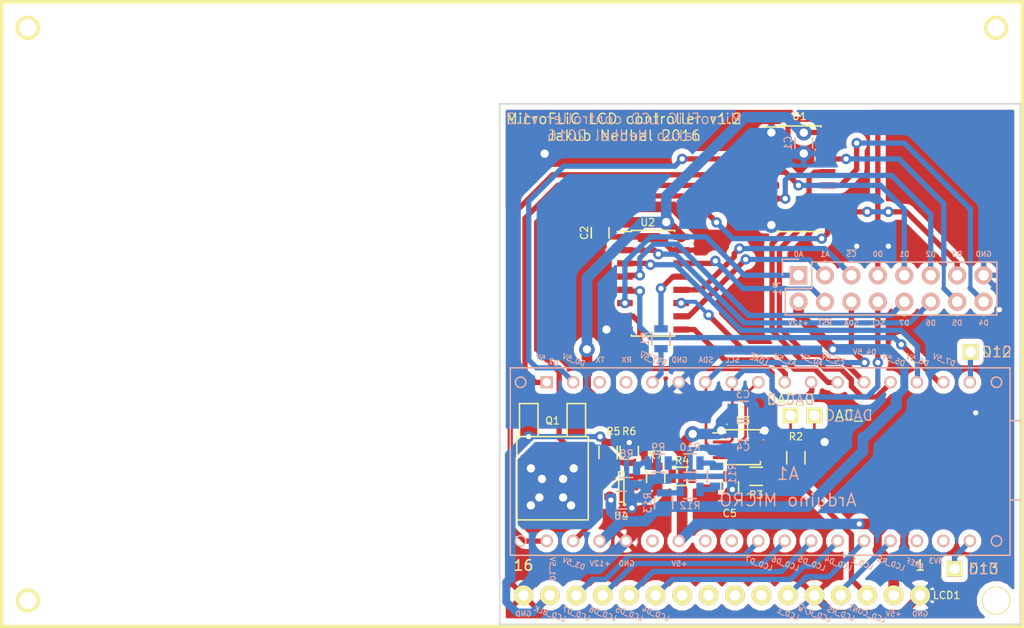
<source format=kicad_pcb>
(kicad_pcb (version 4) (host pcbnew 4.0.2+e4-6225~38~ubuntu14.04.1-stable)
  (layers (0 F.Cu signal) (31 B.Cu signal) (34 B.Paste user) (35 F.Paste user) (36 B.SilkS user) (37 F.SilkS user) (38 B.Mask user) (39 F.Mask user) (44 Edge.Cuts user))
  (net 0 "")
  (net 1 +12V)
  (net 2 GND)
  (net 3 +5V)
  (net 4 /LCD_D7)
  (net 5 /LCD_D6)
  (net 6 /LCD_D5)
  (net 7 /LCD_D4)
  (net 8 /LCD_E)
  (net 9 /LCD_RS)
  (net 10 "Net-(Q1-Pad1)")
  (net 11 "Net-(R1-Pad2)")
  (net 12 "Net-(R2-Pad2)")
  (net 13 /D13)
  (net 14 /D12)
  (net 15 /3V3to5V/~RST_5V)
  (net 16 /3V3to5V/~RST)
  (net 17 /3V3to5V/D1_5V)
  (net 18 /3V3to5V/D3_5V)
  (net 19 /3V3to5V/D2_5V)
  (net 20 /3V3to5V/D0_5V)
  (net 21 /3V3to5V/A1_5V)
  (net 22 /3V3to5V/A0_5V)
  (net 23 /3V3to5V/~CS_5V)
  (net 24 /3V3to5V/D4_5V)
  (net 25 /3V3to5V/D5_5V)
  (net 26 /3V3to5V/D6_5V)
  (net 27 /3V3to5V/D7_5V)
  (net 28 /3V3to5V/A0)
  (net 29 /3V3to5V/A1)
  (net 30 /3V3to5V/~CS)
  (net 31 /3V3to5V/D0)
  (net 32 /3V3to5V/D1)
  (net 33 /3V3to5V/D7)
  (net 34 /3V3to5V/D2)
  (net 35 /3V3to5V/D6)
  (net 36 /3V3to5V/D3)
  (net 37 /3V3to5V/D5)
  (net 38 /3V3to5V/D4)
  (net 39 /DAC/SDA)
  (net 40 /DAC/SCL)
  (net 41 /DAC/~LDAC)
  (net 42 "Net-(C5-Pad1)")
  (net 43 /DAC/LCD_BKL)
  (net 44 /DAC/LCD_CONT)
  (net 45 /DAC/DAC_C)
  (net 46 /DAC/DAC_D)
  (net 47 /DAC/LCD_BKL_CTRL)
  (net 48 "Net-(R4-Pad1)")
  (net 49 "Net-(R5-Pad1)")
  (net 50 "Net-(R7-Pad2)")
  (net 51 "Net-(Q1-Pad2)")
  (net 52 "Net-(R8-Pad1)")
  (net 53 "Net-(R10-Pad2)")
  (net 54 "Net-(R10-Pad1)")
  (net 55 "Net-(R11-Pad1)")
  (net 56 "Net-(R12-Pad1)")
  (module Capacitors_SMD:C_0805 (layer B.Cu) (at 105.68 139.7)
    (fp_text reference C3 (at -0.016 -1.524) (layer B.SilkS) (effects (font (size 0.7 0.7) (thickness 0.11)) (justify mirror)))
    (fp_text value 4u7/25V hide)
    (pad 1 smd rect (at -1 0) (size 1 1.25) (layers B.Cu B.Paste B.Mask) (net 3 +5V))
    (pad 2 smd rect (at 1 0) (size 1 1.25) (layers B.Cu B.Paste B.Mask) (net 2 GND))
  )
  (module Capacitors_SMD:C_0805 (layer B.Cu) (at 105.68 141.732)
    (fp_text reference C4 (at -0.016 1.524) (layer B.SilkS) (effects (font (size 0.7 0.7) (thickness 0.11)) (justify mirror)))
    (fp_text value 100n hide)
    (pad 1 smd rect (at -1 0) (size 1 1.25) (layers B.Cu B.Paste B.Mask) (net 3 +5V))
    (pad 2 smd rect (at 1 0) (size 1 1.25) (layers B.Cu B.Paste B.Mask) (net 2 GND))
  )
  (module Capacitors_SMD:C_0805 (layer B.Cu) (at 93.98 148.336)
    (fp_text reference C6 (at 0 1.524) (layer B.SilkS) (effects (font (size 0.7 0.7) (thickness 0.11)) (justify mirror)))
    (fp_text value 100n hide)
    (pad 1 smd rect (at -1 0) (size 1 1.25) (layers B.Cu B.Paste B.Mask) (net 1 +12V))
    (pad 2 smd rect (at 1 0) (size 1 1.25) (layers B.Cu B.Paste B.Mask) (net 2 GND))
  )
  (module jakub:PIN_ARRAY_1 (layer F.Cu) (at 127.508 134.112)
    (fp_text reference PP1 hide)
    (fp_text value CONN_01X01 hide)
    (pad 1 thru_hole rect (at 0 0) (size 1.524 1.524) (drill 1.016) (layers *.Cu *.Mask F.SilkS) (net 14 /D12))
  )
  (module jakub:PIN_ARRAY_1 (layer F.Cu) (at 125.984 154.94)
    (fp_text reference PP2 hide)
    (fp_text value CONN_01X01 hide)
    (pad 1 thru_hole rect (at 0 0) (size 1.524 1.524) (drill 1.016) (layers *.Cu *.Mask F.SilkS) (net 13 /D13))
  )
  (module jakub:PIN_ARRAY_1 (layer F.Cu) (at 112.522 140.208)
    (fp_text reference PP3 hide)
    (fp_text value CONN_01X01 hide)
    (pad 1 thru_hole rect (at 0 0) (size 1.524 1.524) (drill 1.016) (layers *.Cu *.Mask F.SilkS) (net 45 /DAC/DAC_C))
  )
  (module jakub:PIN_ARRAY_1 (layer F.Cu) (at 110.236 140.208)
    (fp_text reference PP4 hide)
    (fp_text value CONN_01X01 hide)
    (pad 1 thru_hole rect (at 0 0) (size 1.524 1.524) (drill 1.016) (layers *.Cu *.Mask F.SilkS) (net 46 /DAC/DAC_D))
  )
  (module Resistors_SMD:R_0805 (layer F.Cu) (at 110.744 144.272 90)
    (fp_text reference R2 (at 2.032 0 180) (layer F.SilkS) (effects (font (size 0.7 0.7) (thickness 0.11))))
    (fp_text value 47R hide)
    (pad 1 smd rect (at -0.95 0 90) (size 0.7 1.3) (layers F.Cu F.Paste F.Mask) (net 44 /DAC/LCD_CONT))
    (pad 2 smd rect (at 0.95 0 90) (size 0.7 1.3) (layers F.Cu F.Paste F.Mask) (net 12 "Net-(R2-Pad2)"))
  )
  (module Housings_SSOP:MSOP-10_3x3mm_Pitch0.5mm (layer F.Cu) (at 105.664 143.256)
    (fp_text reference U3 (at 0 -2.54) (layer F.SilkS) (effects (font (size 0.7 0.7) (thickness 0.11))))
    (fp_text value MCP4728 hide)
    (pad 1 smd rect (at -2.2 -1) (size 1.4 0.3) (layers F.Cu F.Paste F.Mask) (net 3 +5V))
    (pad 2 smd rect (at -2.2 -0.5) (size 1.4 0.3) (layers F.Cu F.Paste F.Mask) (net 40 /DAC/SCL))
    (pad 3 smd rect (at -2.2 0) (size 1.4 0.3) (layers F.Cu F.Paste F.Mask) (net 39 /DAC/SDA))
    (pad 4 smd rect (at -2.2 0.5) (size 1.4 0.3) (layers F.Cu F.Paste F.Mask) (net 41 /DAC/~LDAC))
    (pad 5 smd rect (at -2.2 1) (size 1.4 0.3) (layers F.Cu F.Paste F.Mask))
    (pad 6 smd rect (at 2.2 1) (size 1.4 0.3) (layers F.Cu F.Paste F.Mask) (net 47 /DAC/LCD_BKL_CTRL))
    (pad 7 smd rect (at 2.2 0.5) (size 1.4 0.3) (layers F.Cu F.Paste F.Mask) (net 12 "Net-(R2-Pad2)"))
    (pad 8 smd rect (at 2.2 0) (size 1.4 0.3) (layers F.Cu F.Paste F.Mask) (net 45 /DAC/DAC_C))
    (pad 9 smd rect (at 2.2 -0.5) (size 1.4 0.3) (layers F.Cu F.Paste F.Mask) (net 46 /DAC/DAC_D))
    (pad 10 smd rect (at 2.2 -1) (size 1.4 0.3) (layers F.Cu F.Paste F.Mask) (net 2 GND))
  )
  (module TO_SOT_Packages_SMD:SOT-23-5 (layer F.Cu) (at 93.98 147.066 180)
    (fp_text reference U4 (at 0 -2.794 180) (layer F.SilkS) (effects (font (size 0.7 0.7) (thickness 0.11))))
    (fp_text value TLV2371 hide)
    (pad 1 smd rect (at -1.1 -0.95 180) (size 1.06 0.65) (layers F.Cu F.Paste F.Mask) (net 50 "Net-(R7-Pad2)"))
    (pad 2 smd rect (at -1.1 0 180) (size 1.06 0.65) (layers F.Cu F.Paste F.Mask) (net 2 GND))
    (pad 3 smd rect (at -1.1 0.95 180) (size 1.06 0.65) (layers F.Cu F.Paste F.Mask) (net 48 "Net-(R4-Pad1)"))
    (pad 4 smd rect (at 1.1 0.95 180) (size 1.06 0.65) (layers F.Cu F.Paste F.Mask) (net 49 "Net-(R5-Pad1)"))
    (pad 5 smd rect (at 1.1 -0.95 180) (size 1.06 0.65) (layers F.Cu F.Paste F.Mask) (net 1 +12V))
  )
  (module Pin_Headers:Pin_Header_Straight_2x08 (layer B.Cu) (at 110.998 126.746 270)
    (fp_text reference P1 (at 1.27 2.032 270) (layer B.SilkS) (effects (font (size 0.7 0.7) (thickness 0.11)) (justify mirror)))
    (fp_text value "2x8 header strip")
    (pad 1 thru_hole rect (at 0 0 270) (size 1.7272 1.7272) (drill 1.016) (layers *.Cu *.Mask B.SilkS) (net 28 /3V3to5V/A0))
    (pad 2 thru_hole oval (at 2.54 0 270) (size 1.7272 1.7272) (drill 1.016) (layers *.Cu *.Mask B.SilkS) (net 1 +12V))
    (pad 3 thru_hole oval (at 0 -2.54 270) (size 1.7272 1.7272) (drill 1.016) (layers *.Cu *.Mask B.SilkS) (net 29 /3V3to5V/A1))
    (pad 4 thru_hole oval (at 2.54 -2.54 270) (size 1.7272 1.7272) (drill 1.016) (layers *.Cu *.Mask B.SilkS) (net 16 /3V3to5V/~RST))
    (pad 5 thru_hole oval (at 0 -5.08 270) (size 1.7272 1.7272) (drill 1.016) (layers *.Cu *.Mask B.SilkS) (net 30 /3V3to5V/~CS))
    (pad 6 thru_hole oval (at 2.54 -5.08 270) (size 1.7272 1.7272) (drill 1.016) (layers *.Cu *.Mask B.SilkS) (net 39 /DAC/SDA))
    (pad 7 thru_hole oval (at 0 -7.62 270) (size 1.7272 1.7272) (drill 1.016) (layers *.Cu *.Mask B.SilkS) (net 31 /3V3to5V/D0))
    (pad 8 thru_hole oval (at 2.54 -7.62 270) (size 1.7272 1.7272) (drill 1.016) (layers *.Cu *.Mask B.SilkS) (net 40 /DAC/SCL))
    (pad 9 thru_hole oval (at 0 -10.16 270) (size 1.7272 1.7272) (drill 1.016) (layers *.Cu *.Mask B.SilkS) (net 32 /3V3to5V/D1))
    (pad 10 thru_hole oval (at 2.54 -10.16 270) (size 1.7272 1.7272) (drill 1.016) (layers *.Cu *.Mask B.SilkS) (net 33 /3V3to5V/D7))
    (pad 11 thru_hole oval (at 0 -12.7 270) (size 1.7272 1.7272) (drill 1.016) (layers *.Cu *.Mask B.SilkS) (net 34 /3V3to5V/D2))
    (pad 12 thru_hole oval (at 2.54 -12.7 270) (size 1.7272 1.7272) (drill 1.016) (layers *.Cu *.Mask B.SilkS) (net 35 /3V3to5V/D6))
    (pad 13 thru_hole oval (at 0 -15.24 270) (size 1.7272 1.7272) (drill 1.016) (layers *.Cu *.Mask B.SilkS) (net 36 /3V3to5V/D3))
    (pad 14 thru_hole oval (at 2.54 -15.24 270) (size 1.7272 1.7272) (drill 1.016) (layers *.Cu *.Mask B.SilkS) (net 37 /3V3to5V/D5))
    (pad 15 thru_hole oval (at 0 -17.78 270) (size 1.7272 1.7272) (drill 1.016) (layers *.Cu *.Mask B.SilkS) (net 2 GND))
    (pad 16 thru_hole oval (at 2.54 -17.78 270) (size 1.7272 1.7272) (drill 1.016) (layers *.Cu *.Mask B.SilkS) (net 38 /3V3to5V/D4))
  )
  (module Capacitors_SMD:C_0805 (layer B.Cu) (at 111.506 114.046 270)
    (fp_text reference C1 (at 0 1.524 270) (layer B.SilkS) (effects (font (size 0.7 0.7) (thickness 0.11)) (justify mirror)))
    (fp_text value 100n)
    (pad 1 smd rect (at -1 0 270) (size 1 1.25) (layers B.Cu B.Paste B.Mask) (net 3 +5V))
    (pad 2 smd rect (at 1 0 270) (size 1 1.25) (layers B.Cu B.Paste B.Mask) (net 2 GND))
  )
  (module Capacitors_SMD:C_0805 (layer F.Cu) (at 91.948 122.666 270)
    (fp_text reference C2 (at 0 1.524 270) (layer F.SilkS) (effects (font (size 0.7 0.7) (thickness 0.11))))
    (fp_text value 100n hide)
    (pad 1 smd rect (at -1 0 270) (size 1 1.25) (layers F.Cu F.Paste F.Mask) (net 3 +5V))
    (pad 2 smd rect (at 1 0 270) (size 1 1.25) (layers F.Cu F.Paste F.Mask) (net 2 GND))
  )
  (module Housings_SOIC:SOIC-16_3.9x9.9mm_Pitch1.27mm (layer F.Cu) (at 111.092 117.475)
    (fp_text reference U1 (at 0 -6) (layer F.SilkS) (effects (font (size 0.7 0.7) (thickness 0.11))))
    (fp_text value 74AHCT367 hide)
    (pad 1 smd rect (at -2.7 -4.445) (size 1.5 0.6) (layers F.Cu F.Paste F.Mask) (net 2 GND))
    (pad 2 smd rect (at -2.7 -3.175) (size 1.5 0.6) (layers F.Cu F.Paste F.Mask) (net 31 /3V3to5V/D0))
    (pad 3 smd rect (at -2.7 -1.905) (size 1.5 0.6) (layers F.Cu F.Paste F.Mask) (net 20 /3V3to5V/D0_5V))
    (pad 4 smd rect (at -2.7 -0.635) (size 1.5 0.6) (layers F.Cu F.Paste F.Mask) (net 32 /3V3to5V/D1))
    (pad 5 smd rect (at -2.7 0.635) (size 1.5 0.6) (layers F.Cu F.Paste F.Mask) (net 17 /3V3to5V/D1_5V))
    (pad 6 smd rect (at -2.7 1.905) (size 1.5 0.6) (layers F.Cu F.Paste F.Mask) (net 34 /3V3to5V/D2))
    (pad 7 smd rect (at -2.7 3.175) (size 1.5 0.6) (layers F.Cu F.Paste F.Mask) (net 19 /3V3to5V/D2_5V))
    (pad 8 smd rect (at -2.7 4.445) (size 1.5 0.6) (layers F.Cu F.Paste F.Mask) (net 2 GND))
    (pad 9 smd rect (at 2.7 4.445) (size 1.5 0.6) (layers F.Cu F.Paste F.Mask) (net 18 /3V3to5V/D3_5V))
    (pad 10 smd rect (at 2.7 3.175) (size 1.5 0.6) (layers F.Cu F.Paste F.Mask) (net 36 /3V3to5V/D3))
    (pad 11 smd rect (at 2.7 1.905) (size 1.5 0.6) (layers F.Cu F.Paste F.Mask) (net 24 /3V3to5V/D4_5V))
    (pad 12 smd rect (at 2.7 0.635) (size 1.5 0.6) (layers F.Cu F.Paste F.Mask) (net 38 /3V3to5V/D4))
    (pad 13 smd rect (at 2.7 -0.635) (size 1.5 0.6) (layers F.Cu F.Paste F.Mask) (net 25 /3V3to5V/D5_5V))
    (pad 14 smd rect (at 2.7 -1.905) (size 1.5 0.6) (layers F.Cu F.Paste F.Mask) (net 37 /3V3to5V/D5))
    (pad 15 smd rect (at 2.7 -3.175) (size 1.5 0.6) (layers F.Cu F.Paste F.Mask) (net 2 GND))
    (pad 16 smd rect (at 2.7 -4.445) (size 1.5 0.6) (layers F.Cu F.Paste F.Mask) (net 3 +5V))
  )
  (module Housings_SOIC:SOIC-16_3.9x9.9mm_Pitch1.27mm (layer F.Cu) (at 97.028 127.508)
    (fp_text reference U2 (at -0.508 -5.842) (layer F.SilkS) (effects (font (size 0.7 0.7) (thickness 0.11))))
    (fp_text value 74AHCT367 hide)
    (pad 1 smd rect (at -2.7 -4.445) (size 1.5 0.6) (layers F.Cu F.Paste F.Mask) (net 2 GND))
    (pad 2 smd rect (at -2.7 -3.175) (size 1.5 0.6) (layers F.Cu F.Paste F.Mask) (net 35 /3V3to5V/D6))
    (pad 3 smd rect (at -2.7 -1.905) (size 1.5 0.6) (layers F.Cu F.Paste F.Mask) (net 26 /3V3to5V/D6_5V))
    (pad 4 smd rect (at -2.7 -0.635) (size 1.5 0.6) (layers F.Cu F.Paste F.Mask) (net 33 /3V3to5V/D7))
    (pad 5 smd rect (at -2.7 0.635) (size 1.5 0.6) (layers F.Cu F.Paste F.Mask) (net 27 /3V3to5V/D7_5V))
    (pad 6 smd rect (at -2.7 1.905) (size 1.5 0.6) (layers F.Cu F.Paste F.Mask) (net 28 /3V3to5V/A0))
    (pad 7 smd rect (at -2.7 3.175) (size 1.5 0.6) (layers F.Cu F.Paste F.Mask) (net 22 /3V3to5V/A0_5V))
    (pad 8 smd rect (at -2.7 4.445) (size 1.5 0.6) (layers F.Cu F.Paste F.Mask) (net 2 GND))
    (pad 9 smd rect (at 2.7 4.445) (size 1.5 0.6) (layers F.Cu F.Paste F.Mask) (net 21 /3V3to5V/A1_5V))
    (pad 10 smd rect (at 2.7 3.175) (size 1.5 0.6) (layers F.Cu F.Paste F.Mask) (net 29 /3V3to5V/A1))
    (pad 11 smd rect (at 2.7 1.905) (size 1.5 0.6) (layers F.Cu F.Paste F.Mask) (net 23 /3V3to5V/~CS_5V))
    (pad 12 smd rect (at 2.7 0.635) (size 1.5 0.6) (layers F.Cu F.Paste F.Mask) (net 30 /3V3to5V/~CS))
    (pad 13 smd rect (at 2.7 -0.635) (size 1.5 0.6) (layers F.Cu F.Paste F.Mask) (net 11 "Net-(R1-Pad2)"))
    (pad 14 smd rect (at 2.7 -1.905) (size 1.5 0.6) (layers F.Cu F.Paste F.Mask) (net 16 /3V3to5V/~RST))
    (pad 15 smd rect (at 2.7 -3.175) (size 1.5 0.6) (layers F.Cu F.Paste F.Mask) (net 2 GND))
    (pad 16 smd rect (at 2.7 -4.445) (size 1.5 0.6) (layers F.Cu F.Paste F.Mask) (net 3 +5V))
  )
  (module Capacitors_SMD:C_0805 (layer F.Cu) (at 104.394 147.066 270)
    (fp_text reference C5 (at 2.54 0 360) (layer F.SilkS) (effects (font (size 0.7 0.7) (thickness 0.11))))
    (fp_text value 4u7/25V)
    (pad 1 smd rect (at -1 0 270) (size 1 1.25) (layers F.Cu F.Paste F.Mask) (net 42 "Net-(C5-Pad1)"))
    (pad 2 smd rect (at 1 0 270) (size 1 1.25) (layers F.Cu F.Paste F.Mask) (net 2 GND))
  )
  (module TO_SOT_Packages_SMD:TO-252-2Lead (layer F.Cu) (at 87.376 140.716 180)
    (fp_text reference Q1 (at 0 0 180) (layer F.SilkS) (effects (font (size 0.7 0.7) (thickness 0.11))))
    (fp_text value MJD31CT4G)
    (pad 1 smd rect (at -2.286 0 180) (size 1.651 3.048) (layers F.Cu F.Paste F.Mask) (net 10 "Net-(Q1-Pad1)"))
    (pad 2 smd rect (at 0 -6.35 180) (size 6.096 6.096) (layers F.Cu F.Paste F.Mask) (net 51 "Net-(Q1-Pad2)"))
    (pad 3 smd rect (at 2.286 0 180) (size 1.651 3.048) (layers F.Cu F.Paste F.Mask) (net 43 /DAC/LCD_BKL))
  )
  (module Resistors_SMD:R_0805 (layer F.Cu) (at 106.934 146.05)
    (fp_text reference R3 (at 0 1.778) (layer F.SilkS) (effects (font (size 0.7 0.7) (thickness 0.11))))
    (fp_text value 100k)
    (pad 1 smd rect (at -0.95 0) (size 0.7 1.3) (layers F.Cu F.Paste F.Mask) (net 42 "Net-(C5-Pad1)"))
    (pad 2 smd rect (at 0.95 0) (size 0.7 1.3) (layers F.Cu F.Paste F.Mask) (net 47 /DAC/LCD_BKL_CTRL))
  )
  (module Resistors_SMD:R_0805 (layer F.Cu) (at 99.822 146.05)
    (fp_text reference R4 (at 0 -1.524) (layer F.SilkS) (effects (font (size 0.7 0.7) (thickness 0.11))))
    (fp_text value 10k)
    (pad 1 smd rect (at -0.95 0) (size 0.7 1.3) (layers F.Cu F.Paste F.Mask) (net 48 "Net-(R4-Pad1)"))
    (pad 2 smd rect (at 0.95 0) (size 0.7 1.3) (layers F.Cu F.Paste F.Mask) (net 42 "Net-(C5-Pad1)"))
  )
  (module Resistors_SMD:R_0805 (layer F.Cu) (at 94.742 143.764 90)
    (fp_text reference R5 (at 2.032 -1.524 180) (layer F.SilkS) (effects (font (size 0.7 0.7) (thickness 0.11))))
    (fp_text value 10k)
    (pad 1 smd rect (at -0.95 0 90) (size 0.7 1.3) (layers F.Cu F.Paste F.Mask) (net 49 "Net-(R5-Pad1)"))
    (pad 2 smd rect (at 0.95 0 90) (size 0.7 1.3) (layers F.Cu F.Paste F.Mask) (net 2 GND))
  )
  (module Resistors_SMD:R_0805 (layer F.Cu) (at 92.71 143.764 270)
    (fp_text reference R6 (at -2.032 -2.032 360) (layer F.SilkS) (effects (font (size 0.7 0.7) (thickness 0.11))))
    (fp_text value 10k)
    (pad 1 smd rect (at -0.95 0 270) (size 0.7 1.3) (layers F.Cu F.Paste F.Mask) (net 43 /DAC/LCD_BKL))
    (pad 2 smd rect (at 0.95 0 270) (size 0.7 1.3) (layers F.Cu F.Paste F.Mask) (net 49 "Net-(R5-Pad1)"))
  )
  (module Resistors_SMD:R_0805 (layer F.Cu) (at 97.282 146.05 270)
    (fp_text reference R7 (at -2.032 0 360) (layer F.SilkS) (effects (font (size 0.7 0.7) (thickness 0.11))))
    (fp_text value 47R)
    (pad 1 smd rect (at -0.95 0 270) (size 0.7 1.3) (layers F.Cu F.Paste F.Mask) (net 10 "Net-(Q1-Pad1)"))
    (pad 2 smd rect (at 0.95 0 270) (size 0.7 1.3) (layers F.Cu F.Paste F.Mask) (net 50 "Net-(R7-Pad2)"))
  )
  (module Resistors_SMD:R_0805 (layer B.Cu) (at 97.79 132.842 90)
    (fp_text reference R1 (at 0 -1.524 90) (layer B.SilkS) (effects (font (size 0.7 0.7) (thickness 0.11)) (justify mirror)))
    (fp_text value 1k5)
    (pad 1 smd rect (at -0.95 0 90) (size 0.7 1.3) (layers B.Cu B.Paste B.Mask) (net 15 /3V3to5V/~RST_5V))
    (pad 2 smd rect (at 0.95 0 90) (size 0.7 1.3) (layers B.Cu B.Paste B.Mask) (net 11 "Net-(R1-Pad2)"))
  )
  (module jakub:ArduinoMicro (layer B.Cu) (at 83.312 135.636)
    (fp_text reference A1 (at 26.67 10.16) (layer B.SilkS) (effects (font (size 1.2 1.2)) (justify mirror)))
    (fp_text value "Arduino MICRO" (at 26.67 12.7) (layer B.SilkS) (effects (font (size 1.2 1.2)) (justify mirror)))
    (pad SCK thru_hole circle (at 3.5 16.62) (size 1.2 1.2) (drill 0.8) (layers *.Cu *.Mask B.SilkS) (net 17 /3V3to5V/D1_5V))
    (pad MI thru_hole circle (at 6.04 16.62) (size 1.2 1.2) (drill 0.8) (layers *.Cu *.Mask B.SilkS) (net 18 /3V3to5V/D3_5V))
    (pad VI thru_hole circle (at 8.58 16.62) (size 1.2 1.2) (drill 0.8) (layers *.Cu *.Mask B.SilkS) (net 1 +12V))
    (pad GND thru_hole circle (at 11.12 16.62) (size 1.2 1.2) (drill 0.8) (layers *.Cu *.Mask B.SilkS) (net 2 GND))
    (pad RST2 thru_hole circle (at 13.66 16.62) (size 1.2 1.2) (drill 0.8) (layers *.Cu *.Mask B.SilkS))
    (pad 5V thru_hole circle (at 16.2 16.62) (size 1.2 1.2) (drill 0.8) (layers *.Cu *.Mask B.SilkS) (net 3 +5V))
    (pad NC1 thru_hole circle (at 18.74 16.62) (size 1.2 1.2) (drill 0.8) (layers *.Cu *.Mask B.SilkS))
    (pad NC2 thru_hole circle (at 21.28 16.62) (size 1.2 1.2) (drill 0.8) (layers *.Cu *.Mask B.SilkS))
    (pad A5 thru_hole circle (at 23.82 16.62) (size 1.2 1.2) (drill 0.8) (layers *.Cu *.Mask B.SilkS) (net 4 /LCD_D7))
    (pad A4 thru_hole circle (at 26.36 16.62) (size 1.2 1.2) (drill 0.8) (layers *.Cu *.Mask B.SilkS) (net 5 /LCD_D6))
    (pad A3 thru_hole circle (at 28.9 16.62) (size 1.2 1.2) (drill 0.8) (layers *.Cu *.Mask B.SilkS) (net 6 /LCD_D5))
    (pad A2 thru_hole circle (at 31.44 16.62) (size 1.2 1.2) (drill 0.8) (layers *.Cu *.Mask B.SilkS) (net 7 /LCD_D4))
    (pad A1 thru_hole circle (at 33.98 16.62) (size 1.2 1.2) (drill 0.8) (layers *.Cu *.Mask B.SilkS) (net 8 /LCD_E))
    (pad A0 thru_hole circle (at 36.52 16.62) (size 1.2 1.2) (drill 0.8) (layers *.Cu *.Mask B.SilkS) (net 9 /LCD_RS))
    (pad AREF thru_hole circle (at 39.06 16.62) (size 1.2 1.2) (drill 0.8) (layers *.Cu *.Mask B.SilkS))
    (pad 3.3V thru_hole circle (at 41.6 16.62) (size 1.2 1.2) (drill 0.8) (layers *.Cu *.Mask B.SilkS))
    (pad 13 thru_hole circle (at 44.14 16.62) (size 1.2 1.2) (drill 0.8) (layers *.Cu *.Mask B.SilkS) (net 13 /D13))
    (pad MO thru_hole rect (at 3.5 1.38) (size 1.2 1.2) (drill 0.8) (layers *.Cu *.Mask B.SilkS) (net 19 /3V3to5V/D2_5V))
    (pad SS thru_hole circle (at 6.04 1.38) (size 1.2 1.2) (drill 0.8) (layers *.Cu *.Mask B.SilkS) (net 20 /3V3to5V/D0_5V))
    (pad TX thru_hole circle (at 8.58 1.38) (size 1.2 1.2) (drill 0.8) (layers *.Cu *.Mask B.SilkS))
    (pad RX thru_hole circle (at 11.12 1.38) (size 1.2 1.2) (drill 0.8) (layers *.Cu *.Mask B.SilkS))
    (pad RST1 thru_hole circle (at 13.66 1.38) (size 1.2 1.2) (drill 0.8) (layers *.Cu *.Mask B.SilkS) (net 15 /3V3to5V/~RST_5V))
    (pad GND thru_hole circle (at 16.2 1.38) (size 1.2 1.2) (drill 0.8) (layers *.Cu *.Mask B.SilkS) (net 2 GND))
    (pad 2 thru_hole circle (at 18.74 1.38) (size 1.2 1.2) (drill 0.8) (layers *.Cu *.Mask B.SilkS) (net 39 /DAC/SDA))
    (pad 3 thru_hole circle (at 21.28 1.38) (size 1.2 1.2) (drill 0.8) (layers *.Cu *.Mask B.SilkS) (net 40 /DAC/SCL))
    (pad 4 thru_hole circle (at 23.82 1.38) (size 1.2 1.2) (drill 0.8) (layers *.Cu *.Mask B.SilkS) (net 41 /DAC/~LDAC))
    (pad 5 thru_hole circle (at 26.36 1.38) (size 1.2 1.2) (drill 0.8) (layers *.Cu *.Mask B.SilkS) (net 21 /3V3to5V/A1_5V))
    (pad 6 thru_hole circle (at 28.9 1.38) (size 1.2 1.2) (drill 0.8) (layers *.Cu *.Mask B.SilkS) (net 22 /3V3to5V/A0_5V))
    (pad 7 thru_hole circle (at 31.44 1.38) (size 1.2 1.2) (drill 0.8) (layers *.Cu *.Mask B.SilkS) (net 23 /3V3to5V/~CS_5V))
    (pad 8 thru_hole circle (at 33.98 1.38) (size 1.2 1.2) (drill 0.8) (layers *.Cu *.Mask B.SilkS) (net 24 /3V3to5V/D4_5V))
    (pad 9 thru_hole circle (at 36.52 1.38) (size 1.2 1.2) (drill 0.8) (layers *.Cu *.Mask B.SilkS) (net 25 /3V3to5V/D5_5V))
    (pad 10 thru_hole circle (at 39.06 1.38) (size 1.2 1.2) (drill 0.8) (layers *.Cu *.Mask B.SilkS) (net 26 /3V3to5V/D6_5V))
    (pad 11 thru_hole circle (at 41.6 1.38) (size 1.2 1.2) (drill 0.8) (layers *.Cu *.Mask B.SilkS) (net 27 /3V3to5V/D7_5V))
    (pad 12 thru_hole circle (at 44.14 1.38) (size 1.2 1.2) (drill 0.8) (layers *.Cu *.Mask B.SilkS) (net 14 /D12))
  )
  (module jakub:LCD2004 (layer F.Cu) (at 83.482 130.48)
    (fp_text reference LCD1 (at 41.74 27) (layer F.SilkS) (effects (font (size 0.7 0.7) (thickness 0.11))))
    (fp_text value LCD2004 hide)
    (fp_text user 1 (at 39.2 24.13) (layer F.SilkS))
    (fp_text user 16 (at 1.1 24.13) (layer F.SilkS))
    (pad 1 thru_hole circle (at 39.2 27) (size 1.9 1.9) (drill 1) (layers *.Cu *.Mask F.SilkS) (net 2 GND))
    (pad 2 thru_hole circle (at 36.66 27) (size 1.9 1.9) (drill 1) (layers *.Cu *.Mask F.SilkS) (net 3 +5V))
    (pad 3 thru_hole circle (at 34.12 27) (size 1.9 1.9) (drill 1) (layers *.Cu *.Mask F.SilkS) (net 44 /DAC/LCD_CONT))
    (pad 4 thru_hole circle (at 31.58 27) (size 1.9 1.9) (drill 1) (layers *.Cu *.Mask F.SilkS) (net 9 /LCD_RS))
    (pad 5 thru_hole circle (at 29.04 27) (size 1.9 1.9) (drill 1) (layers *.Cu *.Mask F.SilkS) (net 2 GND))
    (pad 6 thru_hole circle (at 26.5 27) (size 1.9 1.9) (drill 1) (layers *.Cu *.Mask F.SilkS) (net 8 /LCD_E))
    (pad 7 thru_hole circle (at 23.96 27) (size 1.9 1.9) (drill 1) (layers *.Cu *.Mask F.SilkS))
    (pad 8 thru_hole circle (at 21.42 27) (size 1.9 1.9) (drill 1) (layers *.Cu *.Mask F.SilkS))
    (pad 9 thru_hole circle (at 18.88 27) (size 1.9 1.9) (drill 1) (layers *.Cu *.Mask F.SilkS))
    (pad 10 thru_hole circle (at 16.34 27) (size 1.9 1.9) (drill 1) (layers *.Cu *.Mask F.SilkS))
    (pad 11 thru_hole circle (at 13.8 27) (size 1.9 1.9) (drill 1) (layers *.Cu *.Mask F.SilkS) (net 7 /LCD_D4))
    (pad 12 thru_hole circle (at 11.26 27) (size 1.9 1.9) (drill 1) (layers *.Cu *.Mask F.SilkS) (net 6 /LCD_D5))
    (pad 13 thru_hole circle (at 8.72 27) (size 1.9 1.9) (drill 1) (layers *.Cu *.Mask F.SilkS) (net 5 /LCD_D6))
    (pad 14 thru_hole circle (at 6.18 27) (size 1.9 1.9) (drill 1) (layers *.Cu *.Mask F.SilkS) (net 4 /LCD_D7))
    (pad 15 thru_hole circle (at 3.64 27) (size 1.9 1.9) (drill 1) (layers *.Cu *.Mask F.SilkS) (net 43 /DAC/LCD_BKL))
    (pad 16 thru_hole circle (at 1.1 27) (size 1.9 1.9) (drill 1) (layers *.Cu *.Mask F.SilkS) (net 2 GND))
    (pad "" np_thru_hole circle (at 46.5 27.5) (size 2.7 2.7) (drill 2.5) (layers *.Cu *.Mask F.SilkS))
  )
  (module Resistors_SMD:R_0805 (layer B.Cu) (at 94.488 145.288 180)
    (fp_text reference R8 (at 0 1.397 180) (layer B.SilkS) (effects (font (size 0.7 0.7) (thickness 0.11)) (justify mirror)))
    (fp_text value 6R8)
    (pad 1 smd rect (at -0.95 0 180) (size 0.7 1.3) (layers B.Cu B.Paste B.Mask) (net 52 "Net-(R8-Pad1)"))
    (pad 2 smd rect (at 0.95 0 180) (size 0.7 1.3) (layers B.Cu B.Paste B.Mask) (net 51 "Net-(Q1-Pad2)"))
  )
  (module Resistors_SMD:R_0805 (layer B.Cu) (at 97.536 144.78 180)
    (fp_text reference R9 (at 0 1.524 180) (layer B.SilkS) (effects (font (size 0.7 0.7) (thickness 0.11)) (justify mirror)))
    (fp_text value 6R8)
    (pad 1 smd rect (at -0.95 0 180) (size 0.7 1.3) (layers B.Cu B.Paste B.Mask) (net 53 "Net-(R10-Pad2)"))
    (pad 2 smd rect (at 0.95 0 180) (size 0.7 1.3) (layers B.Cu B.Paste B.Mask) (net 52 "Net-(R8-Pad1)"))
  )
  (module Resistors_SMD:R_0805 (layer B.Cu) (at 100.584 144.78 180)
    (fp_text reference R10 (at 0 1.524 180) (layer B.SilkS) (effects (font (size 0.7 0.7) (thickness 0.11)) (justify mirror)))
    (fp_text value 6R8)
    (pad 1 smd rect (at -0.95 0 180) (size 0.7 1.3) (layers B.Cu B.Paste B.Mask) (net 54 "Net-(R10-Pad1)"))
    (pad 2 smd rect (at 0.95 0 180) (size 0.7 1.3) (layers B.Cu B.Paste B.Mask) (net 53 "Net-(R10-Pad2)"))
  )
  (module Resistors_SMD:R_0805 (layer B.Cu) (at 103.124 146.05 90)
    (fp_text reference R11 (at 0.254 1.524 90) (layer B.SilkS) (effects (font (size 0.7 0.7) (thickness 0.11)) (justify mirror)))
    (fp_text value 6R8)
    (pad 1 smd rect (at -0.95 0 90) (size 0.7 1.3) (layers B.Cu B.Paste B.Mask) (net 55 "Net-(R11-Pad1)"))
    (pad 2 smd rect (at 0.95 0 90) (size 0.7 1.3) (layers B.Cu B.Paste B.Mask) (net 54 "Net-(R10-Pad1)"))
  )
  (module Resistors_SMD:R_0805 (layer B.Cu) (at 100.584 147.32)
    (fp_text reference R12 (at 0 1.524) (layer B.SilkS) (effects (font (size 0.7 0.7) (thickness 0.11)) (justify mirror)))
    (fp_text value 6R8)
    (pad 1 smd rect (at -0.95 0) (size 0.7 1.3) (layers B.Cu B.Paste B.Mask) (net 56 "Net-(R12-Pad1)"))
    (pad 2 smd rect (at 0.95 0) (size 0.7 1.3) (layers B.Cu B.Paste B.Mask) (net 55 "Net-(R11-Pad1)"))
  )
  (module Resistors_SMD:R_0805 (layer B.Cu) (at 98.044 148.59 90)
    (fp_text reference R13 (at 0 -1.524 90) (layer B.SilkS) (effects (font (size 0.7 0.7) (thickness 0.11)) (justify mirror)))
    (fp_text value 6R8)
    (pad 1 smd rect (at -0.95 0 90) (size 0.7 1.3) (layers B.Cu B.Paste B.Mask) (net 1 +12V))
    (pad 2 smd rect (at 0.95 0 90) (size 0.7 1.3) (layers B.Cu B.Paste B.Mask) (net 56 "Net-(R12-Pad1)"))
  )
  (gr_text GND (at 84.582 159.258) (layer B.SilkS) (effects (font (size 0.5 0.5) (thickness 0.1)) (justify mirror)))
  (gr_text 3V3 (at 124.206 154.178) (layer B.SilkS) (effects (font (size 0.5 0.5) (thickness 0.1)) (justify mirror)))
  (gr_text D2_5V (at 86.868 134.874 340) (layer B.SilkS) (effects (font (size 0.5 0.5) (thickness 0.1)) (justify mirror)))
  (gr_text D0_5V (at 89.408 134.874 340) (layer B.SilkS) (effects (font (size 0.5 0.5) (thickness 0.1)) (justify mirror)))
  (gr_text TX (at 91.948 134.874) (layer B.SilkS) (effects (font (size 0.5 0.5) (thickness 0.1)) (justify mirror)))
  (gr_text RX (at 94.488 134.874) (layer B.SilkS) (effects (font (size 0.5 0.5) (thickness 0.1)) (justify mirror)))
  (gr_text ~RST_5V (at 97.028 134.874 340) (layer B.SilkS) (effects (font (size 0.5 0.5) (thickness 0.1)) (justify mirror)))
  (gr_text GND (at 99.568 134.874) (layer B.SilkS) (effects (font (size 0.5 0.5) (thickness 0.1)) (justify mirror)))
  (gr_text SDA (at 102.108 134.874) (layer B.SilkS) (effects (font (size 0.5 0.5) (thickness 0.1)) (justify mirror)))
  (gr_text ~LDAC (at 107.188 134.874 340) (layer B.SilkS) (effects (font (size 0.5 0.5) (thickness 0.1)) (justify mirror)))
  (gr_text A1_5V (at 109.728 134.874 340) (layer B.SilkS) (effects (font (size 0.5 0.5) (thickness 0.1)) (justify mirror)))
  (gr_text A0_5V (at 112.268 134.874 340) (layer B.SilkS) (effects (font (size 0.5 0.5) (thickness 0.1)) (justify mirror)))
  (gr_text ~CS_5V (at 114.3 134.874 340) (layer B.SilkS) (effects (font (size 0.5 0.5) (thickness 0.1)) (justify mirror)))
  (gr_text D4_5V (at 117.348 134.112) (layer B.SilkS) (effects (font (size 0.5 0.5) (thickness 0.1)) (justify mirror)))
  (gr_text D5_5V (at 120.142 134.874 340) (layer B.SilkS) (effects (font (size 0.5 0.5) (thickness 0.1)) (justify mirror)))
  (gr_text D6_5V (at 122.428 134.874 340) (layer B.SilkS) (effects (font (size 0.5 0.5) (thickness 0.1)) (justify mirror)))
  (gr_text D7_5V (at 124.968 134.874 340) (layer B.SilkS) (effects (font (size 0.5 0.5) (thickness 0.1)) (justify mirror)))
  (gr_text SCL (at 104.648 134.874) (layer B.SilkS) (effects (font (size 0.5 0.5) (thickness 0.1)) (justify mirror)))
  (gr_text AREF (at 122.174 154.432 340) (layer B.SilkS) (effects (font (size 0.5 0.5) (thickness 0.1)) (justify mirror)))
  (gr_text LCD_E (at 117.094 154.432 340) (layer B.SilkS) (effects (font (size 0.5 0.5) (thickness 0.1)) (justify mirror)))
  (gr_text LCD_RS (at 119.888 154.432 340) (layer B.SilkS) (effects (font (size 0.5 0.5) (thickness 0.1)) (justify mirror)))
  (gr_text LCD_D4 (at 114.808 154.432 340) (layer B.SilkS) (effects (font (size 0.5 0.5) (thickness 0.1)) (justify mirror)))
  (gr_text LCD_D5 (at 112.268 154.432 340) (layer B.SilkS) (effects (font (size 0.5 0.5) (thickness 0.1)) (justify mirror)))
  (gr_text LCD_D6 (at 109.728 154.432 340) (layer B.SilkS) (effects (font (size 0.5 0.5) (thickness 0.1)) (justify mirror)))
  (gr_text LCD_D7 (at 107.188 154.432 340) (layer B.SilkS) (effects (font (size 0.5 0.5) (thickness 0.1)) (justify mirror)))
  (gr_text +5V (at 99.568 154.432) (layer B.SilkS) (effects (font (size 0.5 0.5) (thickness 0.1)) (justify mirror)))
  (gr_text GND (at 94.488 154.432) (layer B.SilkS) (effects (font (size 0.5 0.5) (thickness 0.1)) (justify mirror)))
  (gr_text +12V (at 91.948 154.432) (layer B.SilkS) (effects (font (size 0.5 0.5) (thickness 0.1)) (justify mirror)))
  (gr_text D3_5V (at 89.408 154.432 340) (layer B.SilkS) (effects (font (size 0.5 0.5) (thickness 0.1)) (justify mirror)))
  (gr_text D1_5V (at 87.376 154.94 270) (layer B.SilkS) (effects (font (size 0.5 0.5) (thickness 0.1)) (justify mirror)))
  (gr_text +12V (at 110.998 131.318) (layer B.SilkS) (effects (font (size 0.5 0.5) (thickness 0.1)) (justify mirror)))
  (gr_text ~RST (at 113.538 131.318) (layer B.SilkS) (effects (font (size 0.5 0.5) (thickness 0.1)) (justify mirror)))
  (gr_text SDA (at 116.078 131.318) (layer B.SilkS) (effects (font (size 0.5 0.5) (thickness 0.1)) (justify mirror)))
  (gr_text SCL (at 118.618 131.318) (layer B.SilkS) (effects (font (size 0.5 0.5) (thickness 0.1)) (justify mirror)))
  (gr_text D7 (at 121.158 131.318) (layer B.SilkS) (effects (font (size 0.5 0.5) (thickness 0.1)) (justify mirror)))
  (gr_text D6 (at 123.698 131.318) (layer B.SilkS) (effects (font (size 0.5 0.5) (thickness 0.1)) (justify mirror)))
  (gr_text D5 (at 126.238 131.318) (layer B.SilkS) (effects (font (size 0.5 0.5) (thickness 0.1)) (justify mirror)))
  (gr_text D4 (at 128.778 131.318) (layer B.SilkS) (effects (font (size 0.5 0.5) (thickness 0.1)) (justify mirror)))
  (gr_text GND (at 128.778 124.714) (layer B.SilkS) (effects (font (size 0.5 0.5) (thickness 0.1)) (justify mirror)))
  (gr_text D3 (at 126.238 124.714) (layer B.SilkS) (effects (font (size 0.5 0.5) (thickness 0.1)) (justify mirror)))
  (gr_text D2 (at 123.698 124.714) (layer B.SilkS) (effects (font (size 0.5 0.5) (thickness 0.1)) (justify mirror)))
  (gr_text D1 (at 121.158 124.714) (layer B.SilkS) (effects (font (size 0.5 0.5) (thickness 0.1)) (justify mirror)))
  (gr_text D0 (at 118.618 124.714) (layer B.SilkS) (effects (font (size 0.5 0.5) (thickness 0.1)) (justify mirror)))
  (gr_text ~CS (at 116.078 124.714) (layer B.SilkS) (effects (font (size 0.5 0.5) (thickness 0.1)) (justify mirror)))
  (gr_text A1 (at 113.538 124.714) (layer B.SilkS) (effects (font (size 0.5 0.5) (thickness 0.1)) (justify mirror)))
  (gr_text A0 (at 110.998 124.714) (layer B.SilkS) (effects (font (size 0.5 0.5) (thickness 0.1)) (justify mirror)))
  (gr_text GND (at 122.682 159.258) (layer B.SilkS) (effects (font (size 0.5 0.5) (thickness 0.1)) (justify mirror)))
  (gr_text +5V (at 120.142 159.258) (layer B.SilkS) (effects (font (size 0.5 0.5) (thickness 0.1)) (justify mirror)))
  (gr_text LCD_CONT (at 117.602 159.258 340) (layer B.SilkS) (effects (font (size 0.5 0.5) (thickness 0.1)) (justify mirror)))
  (gr_text LCD_RS (at 115.062 159.258 340) (layer B.SilkS) (effects (font (size 0.5 0.5) (thickness 0.1)) (justify mirror)))
  (gr_text LCD_R/~W (at 112.522 159.258 340) (layer B.SilkS) (effects (font (size 0.5 0.5) (thickness 0.1)) (justify mirror)))
  (gr_text LCD_E (at 109.982 159.258 340) (layer B.SilkS) (effects (font (size 0.5 0.5) (thickness 0.1)) (justify mirror)))
  (gr_text LCD_D4 (at 97.282 159.258 340) (layer B.SilkS) (effects (font (size 0.5 0.5) (thickness 0.1)) (justify mirror)))
  (gr_text LCD_D5 (at 94.742 159.258 340) (layer B.SilkS) (effects (font (size 0.5 0.5) (thickness 0.1)) (justify mirror)))
  (gr_text LCD_D6 (at 92.202 159.258 340) (layer B.SilkS) (effects (font (size 0.5 0.5) (thickness 0.1)) (justify mirror)))
  (gr_text LCD_D7 (at 89.662 159.258 340) (layer B.SilkS) (effects (font (size 0.5 0.5) (thickness 0.1)) (justify mirror)))
  (gr_text LCD_BLK (at 87.122 159.258 340) (layer B.SilkS) (effects (font (size 0.5 0.5) (thickness 0.1)) (justify mirror)))
  (gr_text D12 (at 130.048 134.112) (layer F.SilkS) (effects (font (size 1 1) (thickness 0.12))))
  (gr_text D13 (at 128.778 154.94) (layer F.SilkS) (effects (font (size 1 1) (thickness 0.12))))
  (gr_text "MicroFLiC LCD controller v1.2\nJakub Nedbal 2016" (at 94.234 112.522) (layer B.SilkS) (effects (font (size 1 1) (thickness 0.12)) (justify mirror)))
  (gr_text "MicroFLiC LCD controller v1.2\nJakub Nedbal 2016" (at 94.234 112.522) (layer F.SilkS) (effects (font (size 1 1) (thickness 0.12))))
  (gr_text DAC_C (at 115.824 140.208) (layer B.SilkS) (effects (font (size 1 1) (thickness 0.12)) (justify mirror)))
  (gr_text DAC_D (at 110.236 138.684) (layer B.SilkS) (effects (font (size 1 1) (thickness 0.12)) (justify mirror)))
  (gr_text DAC_C (at 115.824 140.208) (layer F.SilkS) (effects (font (size 1 1) (thickness 0.12))))
  (gr_text DAC_D (at 110.236 138.684) (layer F.SilkS) (effects (font (size 1 1) (thickness 0.12))))
  (gr_text D13 (at 128.778 154.94) (layer B.SilkS) (effects (font (size 1 1) (thickness 0.12)) (justify mirror)))
  (gr_text D12 (at 130.048 134.112) (layer B.SilkS) (effects (font (size 1 1) (thickness 0.12)) (justify mirror)))
  (gr_line (start 82.296 160.274) (end 132.296 160.274) (layer Edge.Cuts) (width 0.15))
  (gr_line (start 132.296 110.274) (end 132.296 160.274) (layer Edge.Cuts) (width 0.15))
  (gr_line (start 82.296 110.274) (end 132.296 110.274) (layer Edge.Cuts) (width 0.15))
  (gr_line (start 82.296 110.274) (end 82.296 160.274) (layer Edge.Cuts) (width 0.15))
  (segment (start 92.98 148.336) (end 92.98 149.368) (width 1.024) (layer B.Cu) (net 1))
  (segment (start 92.98 149.368) (end 93.98 150.368) (width 1.024) (layer B.Cu) (net 1))
  (segment (start 98.044 149.54) (end 98.044 149.352) (width 0.508) (layer B.Cu) (net 1))
  (segment (start 98.044 149.352) (end 98.4375 148.9585) (width 0.508) (layer B.Cu) (net 1))
  (segment (start 111.8745 148.9585) (end 98.4375 148.9585) (width 1.024) (layer B.Cu) (net 1))
  (segment (start 98.4375 148.9585) (end 97.6755 148.9585) (width 1.024) (layer B.Cu) (net 1))
  (segment (start 93.98 150.368) (end 96.266 150.368) (width 1.024) (layer B.Cu) (net 1))
  (segment (start 97.6755 148.9585) (end 96.266 150.368) (width 1.024) (layer B.Cu) (net 1))
  (via (at 92.98 148.336) (size 1) (drill 0.5) (layers F.Cu B.Cu) (net 1))
  (segment (start 92.98 148.336) (end 92.98 148.116) (width 1.024) (layer F.Cu) (net 1))
  (segment (start 92.98 148.116) (end 92.88 148.016) (width 1.024) (layer F.Cu) (net 1))
  (segment (start 92.98 148.336) (end 92.964 148.352) (width 1.024) (layer B.Cu) (net 1))
  (segment (start 110.998 129.286) (end 110.998 130.556) (width 1.024) (layer F.Cu) (net 1))
  (segment (start 110.998 130.556) (end 114.3 133.858) (width 1.024) (layer F.Cu) (net 1))
  (segment (start 91.948 152.4) (end 93.98 150.368) (width 1.024) (layer B.Cu) (net 1))
  (segment (start 111.8745 148.9585) (end 117.178 143.655) (width 1.024) (layer B.Cu) (net 1))
  (segment (start 114.3 133.858) (end 119.539064 133.858) (width 1.024) (layer B.Cu) (net 1))
  (via (at 114.3 133.858) (size 1.024) (drill 0.6) (layers F.Cu B.Cu) (net 1))
  (segment (start 119.539064 133.858) (end 121.158 135.476936) (width 1.024) (layer B.Cu) (net 1))
  (segment (start 121.158 137.668) (end 121.158 135.636) (width 0.762) (layer B.Cu) (net 1))
  (segment (start 121.158 135.476936) (end 121.158 135.636) (width 1.024) (layer B.Cu) (net 1))
  (segment (start 120.396 138.43) (end 120.396 139.293) (width 1.024) (layer B.Cu) (net 1))
  (segment (start 120.396 138.43) (end 121.158 137.668) (width 0.762) (layer B.Cu) (net 1))
  (segment (start 120.396 139.293) (end 117.383 142.306) (width 1.024) (layer B.Cu) (net 1))
  (segment (start 117.383 142.306) (end 117.178 142.306) (width 1.024) (layer B.Cu) (net 1))
  (segment (start 117.178 143.655) (end 117.178 142.306) (width 1.024) (layer B.Cu) (net 1))
  (segment (start 94.996 149.098) (end 94.996 148.59) (width 0.508) (layer B.Cu) (net 2))
  (segment (start 94.996 148.59) (end 97.536 146.05) (width 0.508) (layer B.Cu) (net 2))
  (segment (start 97.536 146.05) (end 100.33 146.05) (width 0.508) (layer B.Cu) (net 2))
  (segment (start 100.33 146.05) (end 100.584 145.796) (width 0.508) (layer B.Cu) (net 2))
  (segment (start 97.536 146.05) (end 97.536 142.24) (width 0.508) (layer B.Cu) (net 2))
  (segment (start 97.536 142.24) (end 98.298 141.478) (width 0.508) (layer B.Cu) (net 2))
  (segment (start 100.584 145.796) (end 100.838 146.05) (width 0.508) (layer B.Cu) (net 2))
  (segment (start 100.838 146.05) (end 104.648 146.05) (width 0.508) (layer B.Cu) (net 2))
  (segment (start 100.584 145.796) (end 100.584 143.764) (width 0.508) (layer B.Cu) (net 2))
  (segment (start 100.584 143.764) (end 98.298 141.478) (width 0.508) (layer B.Cu) (net 2))
  (segment (start 93.218 140.716) (end 93.218 142.748) (width 0.508) (layer B.Cu) (net 2))
  (segment (start 94.996 149.098) (end 94.488 148.59) (width 0.508) (layer B.Cu) (net 2))
  (segment (start 94.488 148.59) (end 94.488 144.018) (width 0.508) (layer B.Cu) (net 2))
  (segment (start 94.488 144.018) (end 93.218 142.748) (width 0.508) (layer B.Cu) (net 2))
  (segment (start 94.488 152.274) (end 91.822 154.94) (width 1.024) (layer B.Cu) (net 2))
  (segment (start 91.822 154.94) (end 88.138 154.94) (width 1.024) (layer B.Cu) (net 2))
  (segment (start 88.138 154.94) (end 86.09 154.94) (width 1.024) (layer B.Cu) (net 2))
  (segment (start 113.506174 142.755372) (end 116.307546 139.954) (width 1.024) (layer F.Cu) (net 2))
  (segment (start 116.307546 139.954) (end 128.016 139.954) (width 1.024) (layer F.Cu) (net 2))
  (segment (start 94.488 152.274) (end 94.996 151.766) (width 1.024) (layer F.Cu) (net 2))
  (segment (start 94.996 151.766) (end 94.996 149.098) (width 1.024) (layer F.Cu) (net 2))
  (segment (start 104.394 148.066) (end 104.394 147.574) (width 1.024) (layer F.Cu) (net 2))
  (segment (start 104.394 147.574) (end 104.648 147.32) (width 1.024) (layer F.Cu) (net 2))
  (via (at 104.648 147.32) (size 1) (drill 0.5) (layers F.Cu B.Cu) (net 2))
  (segment (start 104.648 147.32) (end 104.648 146.05) (width 1.024) (layer B.Cu) (net 2))
  (segment (start 104.648 146.05) (end 104.648 144.751998) (width 1.024) (layer B.Cu) (net 2))
  (segment (start 104.648 144.751998) (end 107.744 141.655998) (width 1.024) (layer B.Cu) (net 2))
  (segment (start 128.016 139.954) (end 128.016 148.59) (width 1.024) (layer B.Cu) (net 2))
  (via (at 128.016 139.954) (size 1) (drill 0.5) (layers F.Cu B.Cu) (net 2))
  (segment (start 128.016 148.59) (end 129.286 149.86) (width 1.024) (layer B.Cu) (net 2))
  (segment (start 129.286 149.86) (end 129.286 155.194) (width 1.024) (layer B.Cu) (net 2))
  (segment (start 129.286 155.194) (end 127 157.48) (width 1.024) (layer B.Cu) (net 2))
  (segment (start 127 157.48) (end 122.682 157.48) (width 1.024) (layer B.Cu) (net 2))
  (segment (start 122.682 157.48) (end 120.904 159.258) (width 0.762) (layer F.Cu) (net 2))
  (segment (start 120.904 159.258) (end 114.3 159.258) (width 0.762) (layer F.Cu) (net 2))
  (segment (start 114.3 159.258) (end 112.522 157.48) (width 0.762) (layer F.Cu) (net 2))
  (segment (start 95.08 147.066) (end 94.488 147.066) (width 0.508) (layer F.Cu) (net 2))
  (segment (start 94.488 147.066) (end 93.98 147.574) (width 0.508) (layer F.Cu) (net 2))
  (segment (start 93.98 147.574) (end 93.98 148.59) (width 0.508) (layer F.Cu) (net 2))
  (segment (start 93.98 148.59) (end 94.488 149.098) (width 0.508) (layer F.Cu) (net 2))
  (segment (start 94.488 149.098) (end 94.996 149.098) (width 0.508) (layer F.Cu) (net 2))
  (segment (start 94.98 149.082) (end 94.98 148.336) (width 0.508) (layer B.Cu) (net 2))
  (via (at 94.996 149.098) (size 1) (drill 0.5) (layers F.Cu B.Cu) (net 2))
  (segment (start 94.996 149.098) (end 94.98 149.082) (width 0.508) (layer B.Cu) (net 2))
  (via (at 94.742 142.814) (size 1) (drill 0.5) (layers F.Cu B.Cu) (net 2))
  (segment (start 94.676 142.748) (end 93.218 142.748) (width 0.508) (layer B.Cu) (net 2))
  (segment (start 94.676 142.748) (end 94.742 142.814) (width 0.508) (layer B.Cu) (net 2))
  (segment (start 86.09 154.94) (end 86.09 155.21) (width 1.024) (layer B.Cu) (net 2))
  (segment (start 86.09 155.21) (end 84.582 156.718) (width 1.024) (layer B.Cu) (net 2))
  (segment (start 84.582 156.718) (end 84.582 157.48) (width 1.024) (layer B.Cu) (net 2))
  (segment (start 90.299 123.666) (end 91.948 123.666) (width 1.024) (layer F.Cu) (net 2))
  (segment (start 95.76 140.716) (end 93.218 140.716) (width 0.508) (layer B.Cu) (net 2))
  (segment (start 93.218 140.716) (end 84.836 140.716) (width 0.508) (layer B.Cu) (net 2))
  (segment (start 92.554 131.953) (end 92.554 133.01366) (width 0.508) (layer B.Cu) (net 2))
  (segment (start 92.554 133.01366) (end 93.218 133.67766) (width 0.508) (layer B.Cu) (net 2))
  (segment (start 93.218 133.67766) (end 93.218 140.716) (width 0.508) (layer B.Cu) (net 2))
  (via (at 92.554 131.953) (size 1.5) (drill 0.8) (layers F.Cu B.Cu) (net 2))
  (segment (start 105.732603 138.346001) (end 106.68 139.293398) (width 1.024) (layer B.Cu) (net 2))
  (segment (start 106.68 139.293398) (end 106.68 139.7) (width 1.024) (layer B.Cu) (net 2))
  (segment (start 94.328 131.953) (end 92.554 131.953) (width 1.024) (layer F.Cu) (net 2))
  (segment (start 92.554 131.953) (end 91.948 131.347) (width 1.024) (layer F.Cu) (net 2))
  (segment (start 91.948 131.347) (end 91.948 125.19) (width 1.024) (layer F.Cu) (net 2))
  (segment (start 91.948 125.19) (end 91.948 123.666) (width 1.024) (layer F.Cu) (net 2))
  (segment (start 92.551 123.063) (end 91.948 123.666) (width 0.508) (layer F.Cu) (net 2))
  (segment (start 111.772 115.062) (end 111.522 115.062) (width 0.508) (layer F.Cu) (net 2))
  (segment (start 111.522 115.062) (end 111.506 115.046) (width 0.508) (layer F.Cu) (net 2))
  (via (at 111.506 115.046) (size 1.5) (drill 0.8) (layers F.Cu B.Cu) (net 2))
  (segment (start 113.792 114.3) (end 112.534 114.3) (width 0.508) (layer F.Cu) (net 2))
  (segment (start 112.534 114.3) (end 111.772 115.062) (width 0.508) (layer F.Cu) (net 2))
  (segment (start 111.506 115.046) (end 109.857 115.046) (width 1.024) (layer B.Cu) (net 2))
  (segment (start 128.778 126.746) (end 130.302 128.27) (width 0.508) (layer B.Cu) (net 2))
  (segment (start 130.302 137.668) (end 128.016 139.954) (width 0.508) (layer F.Cu) (net 2))
  (segment (start 130.302 130.048) (end 130.302 137.668) (width 0.508) (layer F.Cu) (net 2))
  (via (at 130.302 130.048) (size 1) (drill 0.5) (layers F.Cu B.Cu) (net 2))
  (segment (start 130.302 128.27) (end 130.302 130.048) (width 0.508) (layer B.Cu) (net 2))
  (segment (start 83.566 139.446) (end 83.566 118.11) (width 0.508) (layer B.Cu) (net 2))
  (segment (start 105.918 146.05) (end 107.95 146.05) (width 0.508) (layer B.Cu) (net 2))
  (segment (start 104.648 147.32) (end 105.918 146.05) (width 0.508) (layer B.Cu) (net 2))
  (segment (start 98.298 138.178) (end 95.76 140.716) (width 0.508) (layer B.Cu) (net 2))
  (segment (start 98.298 138.178) (end 98.298 141.478) (width 0.508) (layer B.Cu) (net 2))
  (segment (start 86.614 115.062) (end 89.916 111.76) (width 0.508) (layer B.Cu) (net 2))
  (segment (start 83.566 118.11) (end 86.614 115.062) (width 0.508) (layer B.Cu) (net 2))
  (via (at 86.614 115.062) (size 1.5) (drill 0.8) (layers F.Cu B.Cu) (net 2))
  (segment (start 84.836 140.716) (end 83.566 139.446) (width 0.508) (layer B.Cu) (net 2))
  (segment (start 107.744 140.764) (end 106.68 139.7) (width 1.024) (layer B.Cu) (net 2))
  (segment (start 107.744 141.655998) (end 107.744 140.764) (width 1.024) (layer B.Cu) (net 2))
  (segment (start 106.68 141.732) (end 106.68 139.7) (width 1.024) (layer B.Cu) (net 2))
  (segment (start 107.744 141.655998) (end 106.756002 141.655998) (width 1.024) (layer B.Cu) (net 2))
  (segment (start 106.756002 141.655998) (end 106.68 141.732) (width 1.024) (layer B.Cu) (net 2))
  (segment (start 108.458 113.647) (end 108.458 113.096) (width 1.024) (layer B.Cu) (net 2))
  (segment (start 108.458 113.096) (end 108.392 113.03) (width 1.024) (layer B.Cu) (net 2))
  (segment (start 109.857 115.046) (end 108.458 113.647) (width 1.024) (layer B.Cu) (net 2))
  (segment (start 109.857 115.046) (end 108.458 116.445) (width 1.024) (layer B.Cu) (net 2))
  (segment (start 89.916 123.283) (end 90.299 123.666) (width 1.024) (layer F.Cu) (net 2))
  (segment (start 108.458 116.445) (end 108.458 121.854) (width 1.024) (layer B.Cu) (net 2))
  (segment (start 108.843374 142.755372) (end 107.744 141.655998) (width 1.024) (layer B.Cu) (net 2))
  (segment (start 113.506174 142.755372) (end 108.843374 142.755372) (width 1.024) (layer B.Cu) (net 2))
  (via (at 107.744 141.655998) (size 1.5) (drill 0.8) (layers F.Cu B.Cu) (net 2))
  (segment (start 107.864 141.852) (end 107.744 141.655998) (width 0.254) (layer F.Cu) (net 2))
  (segment (start 107.864 142.256) (end 107.864 141.852) (width 0.254) (layer F.Cu) (net 2))
  (segment (start 107.744 141.732) (end 107.744 141.655998) (width 0.254) (layer F.Cu) (net 2))
  (segment (start 116.586 123.952) (end 119.634 123.952) (width 0.508) (layer B.Cu) (net 2))
  (via (at 119.634 123.952) (size 1) (drill 0.5) (layers F.Cu B.Cu) (net 2))
  (segment (start 114.808 121.92) (end 116.586 123.698) (width 0.508) (layer B.Cu) (net 2))
  (segment (start 116.586 123.698) (end 116.586 123.952) (width 0.508) (layer B.Cu) (net 2))
  (via (at 116.586 123.952) (size 1) (drill 0.5) (layers F.Cu B.Cu) (net 2))
  (segment (start 108.392 121.92) (end 114.808 121.92) (width 0.508) (layer B.Cu) (net 2))
  (segment (start 89.916 121.291398) (end 89.916 123.283) (width 1.024) (layer F.Cu) (net 2))
  (segment (start 108.458 121.854) (end 108.392 121.92) (width 1.024) (layer B.Cu) (net 2))
  (segment (start 113.562 142.748) (end 113.513546 142.748) (width 0.508) (layer B.Cu) (net 2))
  (segment (start 113.513546 142.748) (end 113.506174 142.755372) (width 0.508) (layer B.Cu) (net 2))
  (via (at 113.506174 142.755372) (size 1.5) (drill 0.8) (layers F.Cu B.Cu) (net 2))
  (segment (start 91.036399 120.170999) (end 89.916 121.291398) (width 1.024) (layer F.Cu) (net 2))
  (segment (start 98.999761 120.170999) (end 91.036399 120.170999) (width 1.024) (layer F.Cu) (net 2))
  (segment (start 101.706763 122.878001) (end 98.999761 120.170999) (width 1.024) (layer F.Cu) (net 2))
  (via (at 108.392 113.03) (size 1.5) (drill 0.8) (layers F.Cu B.Cu) (net 2))
  (segment (start 108.392 121.92) (end 106.618 121.92) (width 1.024) (layer F.Cu) (net 2))
  (segment (start 106.618 121.92) (end 105.659999 122.878001) (width 1.024) (layer F.Cu) (net 2))
  (segment (start 105.659999 122.878001) (end 101.706763 122.878001) (width 1.024) (layer F.Cu) (net 2))
  (via (at 108.392 121.92) (size 1.5) (drill 0.8) (layers F.Cu B.Cu) (net 2))
  (segment (start 99.728 124.333) (end 98.820922 124.333) (width 0.508) (layer F.Cu) (net 2))
  (segment (start 98.820922 124.333) (end 97.550922 123.063) (width 0.508) (layer F.Cu) (net 2))
  (segment (start 97.550922 123.063) (end 95.586 123.063) (width 0.508) (layer F.Cu) (net 2))
  (segment (start 94.328 123.063) (end 92.551 123.063) (width 0.508) (layer F.Cu) (net 2))
  (segment (start 95.586 123.063) (end 94.328 123.063) (width 0.508) (layer F.Cu) (net 2))
  (segment (start 99.568 137.034) (end 100.880001 138.346001) (width 1.024) (layer B.Cu) (net 2))
  (segment (start 100.880001 138.346001) (end 105.732603 138.346001) (width 1.024) (layer B.Cu) (net 2))
  (segment (start 99.568 136.908) (end 98.298 138.178) (width 0.508) (layer B.Cu) (net 2))
  (segment (start 117.856 150.622) (end 119.38 150.622) (width 1.024) (layer F.Cu) (net 3))
  (segment (start 118.618 151.384) (end 117.856 150.622) (width 1.024) (layer F.Cu) (net 3))
  (segment (start 101.22 150.622) (end 99.568 152.274) (width 1.024) (layer B.Cu) (net 3))
  (segment (start 116.84 150.622) (end 101.22 150.622) (width 1.024) (layer B.Cu) (net 3))
  (via (at 116.84 150.622) (size 1) (drill 0.5) (layers F.Cu B.Cu) (net 3))
  (segment (start 117.856 150.622) (end 116.84 150.622) (width 1.024) (layer F.Cu) (net 3))
  (segment (start 121.158 151.384) (end 120.396 150.622) (width 1.024) (layer F.Cu) (net 3))
  (segment (start 120.396 150.622) (end 119.38 150.622) (width 1.024) (layer F.Cu) (net 3))
  (segment (start 121.158 151.384) (end 121.158 152.908) (width 0.762) (layer F.Cu) (net 3))
  (segment (start 121.158 153.67) (end 121.158 152.908) (width 1.024) (layer F.Cu) (net 3))
  (segment (start 121.158 153.67) (end 120.142 154.686) (width 1.024) (layer F.Cu) (net 3))
  (segment (start 118.618 153.162) (end 120.142 154.686) (width 1.024) (layer F.Cu) (net 3))
  (segment (start 118.618 151.384) (end 118.618 153.162) (width 0.762) (layer F.Cu) (net 3))
  (segment (start 119.38 150.622) (end 118.618 151.384) (width 1.024) (layer F.Cu) (net 3))
  (segment (start 99.822 144.78) (end 99.822 147.32) (width 0.762) (layer F.Cu) (net 3))
  (segment (start 99.822 152.02) (end 99.822 147.32) (width 1.024) (layer F.Cu) (net 3))
  (segment (start 99.822 143.764) (end 99.822 144.78) (width 1.024) (layer F.Cu) (net 3))
  (segment (start 99.822 143.764) (end 99.568 143.51) (width 1.024) (layer F.Cu) (net 3))
  (segment (start 99.568 152.274) (end 99.822 152.02) (width 1.024) (layer F.Cu) (net 3))
  (segment (start 91.694 138.938) (end 94.996 138.938) (width 1.024) (layer F.Cu) (net 3))
  (segment (start 91.694 138.938) (end 90.678 137.922) (width 1.024) (layer F.Cu) (net 3))
  (segment (start 90.678 137.922) (end 90.678 136.144) (width 0.762) (layer F.Cu) (net 3))
  (segment (start 94.996 138.938) (end 99.568 143.51) (width 1.024) (layer F.Cu) (net 3))
  (segment (start 99.568 143.51) (end 99.568 143.256) (width 1.024) (layer F.Cu) (net 3))
  (segment (start 99.568 143.256) (end 100.838 141.986) (width 1.024) (layer F.Cu) (net 3))
  (segment (start 120.142 157.48) (end 120.142 154.686) (width 1.024) (layer F.Cu) (net 3))
  (segment (start 98.298 121.633) (end 98.331 121.666) (width 1.024) (layer F.Cu) (net 3))
  (via (at 98.298 121.633) (size 1.5) (drill 0.8) (layers F.Cu B.Cu) (net 3))
  (segment (start 98.298 121.633) (end 96.045 121.633) (width 1.024) (layer B.Cu) (net 3))
  (segment (start 96.045 121.633) (end 90.678 127) (width 1.024) (layer B.Cu) (net 3))
  (segment (start 90.678 127) (end 90.678 133.858) (width 1.024) (layer B.Cu) (net 3))
  (via (at 90.678 133.858) (size 1.5) (drill 0.8) (layers F.Cu B.Cu) (net 3))
  (segment (start 90.678 133.858) (end 90.678 136.144) (width 1.024) (layer F.Cu) (net 3))
  (segment (start 103.464 141.852) (end 103.57099 141.655998) (width 0.254) (layer F.Cu) (net 3))
  (segment (start 103.584 141.732) (end 103.584 141.669008) (width 0.254) (layer F.Cu) (net 3))
  (segment (start 103.584 141.669008) (end 103.57099 141.655998) (width 0.254) (layer F.Cu) (net 3))
  (segment (start 103.464 142.256) (end 103.464 141.852) (width 0.254) (layer F.Cu) (net 3))
  (via (at 103.57099 141.655998) (size 1.5) (drill 0.8) (layers F.Cu B.Cu) (net 3))
  (segment (start 100.838 141.986) (end 103.240988 141.986) (width 1.024) (layer B.Cu) (net 3))
  (via (at 100.838 141.986) (size 1.5) (drill 0.8) (layers F.Cu B.Cu) (net 3))
  (segment (start 103.240988 141.986) (end 103.57099 141.655998) (width 1.024) (layer B.Cu) (net 3))
  (segment (start 103.57099 141.655998) (end 103.57099 140.80901) (width 1.024) (layer B.Cu) (net 3))
  (segment (start 111.506 113.046) (end 111.381 113.046) (width 1.024) (layer B.Cu) (net 3))
  (segment (start 111.381 113.046) (end 109.902999 111.567999) (width 1.024) (layer B.Cu) (net 3))
  (segment (start 113.792 113.03) (end 111.522 113.03) (width 0.508) (layer F.Cu) (net 3))
  (segment (start 111.522 113.03) (end 111.506 113.046) (width 0.508) (layer F.Cu) (net 3))
  (via (at 111.506 113.046) (size 1.5) (drill 0.8) (layers F.Cu B.Cu) (net 3))
  (segment (start 103.57099 140.80901) (end 104.68 139.7) (width 1.024) (layer B.Cu) (net 3))
  (segment (start 104.68 139.7) (end 104.68 141.732) (width 1.024) (layer B.Cu) (net 3))
  (segment (start 103.57099 141.655998) (end 104.603998 141.655998) (width 1.024) (layer B.Cu) (net 3))
  (segment (start 104.603998 141.655998) (end 104.68 141.732) (width 1.024) (layer B.Cu) (net 3))
  (segment (start 105.856001 111.567999) (end 98.298 119.126) (width 1.024) (layer B.Cu) (net 3))
  (segment (start 109.902999 111.567999) (end 105.856001 111.567999) (width 1.024) (layer B.Cu) (net 3))
  (segment (start 98.298 119.126) (end 98.298 121.46199) (width 1.024) (layer B.Cu) (net 3))
  (segment (start 98.331 121.666) (end 99.728 123.063) (width 1.024) (layer F.Cu) (net 3))
  (segment (start 91.948 121.666) (end 98.331 121.666) (width 1.024) (layer F.Cu) (net 3))
  (segment (start 89.662 157.48) (end 91.186 155.956) (width 0.508) (layer B.Cu) (net 4))
  (segment (start 92.456 155.956) (end 94.742 153.67) (width 0.508) (layer B.Cu) (net 4))
  (segment (start 91.186 155.956) (end 92.456 155.956) (width 0.508) (layer B.Cu) (net 4))
  (segment (start 105.792 153.67) (end 94.742 153.67) (width 0.508) (layer B.Cu) (net 4))
  (segment (start 107.188 152.274) (end 105.792 153.67) (width 0.508) (layer B.Cu) (net 4))
  (segment (start 92.202 157.48) (end 95.25 154.432) (width 0.508) (layer B.Cu) (net 5))
  (segment (start 95.25 154.432) (end 107.57 154.432) (width 0.508) (layer B.Cu) (net 5))
  (segment (start 107.57 154.432) (end 109.728 152.274) (width 0.508) (layer B.Cu) (net 5))
  (segment (start 94.742 157.48) (end 97.028 155.194) (width 0.508) (layer B.Cu) (net 6))
  (segment (start 97.028 155.194) (end 109.348 155.194) (width 0.508) (layer B.Cu) (net 6))
  (segment (start 94.488 157.226) (end 94.742 157.48) (width 1.024) (layer F.Cu) (net 6))
  (segment (start 109.348 155.194) (end 112.268 152.274) (width 0.508) (layer B.Cu) (net 6))
  (segment (start 97.282 157.48) (end 98.806 155.956) (width 0.508) (layer B.Cu) (net 7))
  (segment (start 98.806 155.956) (end 110.236 155.956) (width 0.508) (layer B.Cu) (net 7))
  (segment (start 112.396 154.686) (end 114.808 152.274) (width 0.508) (layer B.Cu) (net 7))
  (segment (start 111.506 154.686) (end 112.396 154.686) (width 0.508) (layer B.Cu) (net 7))
  (segment (start 110.236 155.956) (end 111.506 154.686) (width 0.508) (layer B.Cu) (net 7))
  (segment (start 111.76 155.702) (end 109.982 157.48) (width 0.508) (layer B.Cu) (net 8))
  (segment (start 117.348 152.274) (end 113.92 155.702) (width 0.508) (layer B.Cu) (net 8))
  (segment (start 113.92 155.702) (end 111.76 155.702) (width 0.508) (layer B.Cu) (net 8))
  (segment (start 115.062 157.48) (end 115.062 157.1) (width 0.508) (layer B.Cu) (net 9))
  (segment (start 115.062 157.1) (end 119.888 152.274) (width 0.508) (layer B.Cu) (net 9))
  (segment (start 97.282 145.1) (end 97.282 142.748) (width 0.508) (layer F.Cu) (net 10))
  (segment (start 95.25 140.716) (end 89.662 140.716) (width 0.508) (layer F.Cu) (net 10))
  (segment (start 97.282 142.748) (end 95.25 140.716) (width 0.508) (layer F.Cu) (net 10))
  (segment (start 99.728 126.873) (end 98.933 126.873) (width 0.508) (layer F.Cu) (net 11))
  (segment (start 98.933 126.873) (end 97.79 128.016) (width 0.508) (layer F.Cu) (net 11))
  (via (at 97.79 128.016) (size 1) (drill 0.5) (layers F.Cu B.Cu) (net 11))
  (segment (start 97.79 131.892) (end 97.79 128.016) (width 0.508) (layer B.Cu) (net 11))
  (segment (start 107.864 143.756) (end 110.31 143.756) (width 0.254) (layer F.Cu) (net 12))
  (segment (start 110.31 143.756) (end 110.744 143.322) (width 0.254) (layer F.Cu) (net 12))
  (segment (start 125.984 154.94) (end 125.984 153.798) (width 0.508) (layer B.Cu) (net 13))
  (segment (start 125.984 153.798) (end 127.508 152.274) (width 0.508) (layer B.Cu) (net 13))
  (segment (start 127.508 134.112) (end 127.508 136.908) (width 0.508) (layer B.Cu) (net 14))
  (segment (start 96.972 137.016) (end 97.79 136.198) (width 0.508) (layer B.Cu) (net 15))
  (segment (start 97.79 136.198) (end 97.79 133.792) (width 0.508) (layer B.Cu) (net 15))
  (segment (start 109.728 128.016) (end 105.664 128.016) (width 0.508) (layer B.Cu) (net 16))
  (segment (start 105.664 128.016) (end 103.013452 125.365452) (width 0.508) (layer B.Cu) (net 16))
  (segment (start 102.743 125.603) (end 102.980548 125.365452) (width 0.508) (layer F.Cu) (net 16))
  (segment (start 102.980548 125.365452) (end 103.013452 125.365452) (width 0.508) (layer F.Cu) (net 16))
  (via (at 103.013452 125.365452) (size 1) (drill 0.5) (layers F.Cu B.Cu) (net 16))
  (segment (start 99.728 125.603) (end 102.743 125.603) (width 0.508) (layer F.Cu) (net 16))
  (segment (start 99.855 125.476) (end 99.728 125.603) (width 0.508) (layer F.Cu) (net 16))
  (segment (start 112.268 128.016) (end 109.728 128.016) (width 0.381) (layer B.Cu) (net 16))
  (segment (start 113.538 129.286) (end 112.268 128.016) (width 0.508) (layer B.Cu) (net 16))
  (segment (start 106.172 118.11) (end 108.392 118.11) (width 0.508) (layer F.Cu) (net 17))
  (segment (start 86.868 152.274) (end 84.71 152.274) (width 0.508) (layer F.Cu) (net 17))
  (segment (start 83.312 150.876) (end 83.312 121.158) (width 0.508) (layer F.Cu) (net 17))
  (segment (start 84.71 152.274) (end 83.312 150.876) (width 0.508) (layer F.Cu) (net 17))
  (segment (start 105.156 117.094) (end 87.376 117.094) (width 0.508) (layer F.Cu) (net 17))
  (segment (start 87.376 117.094) (end 83.312 121.158) (width 0.508) (layer F.Cu) (net 17))
  (segment (start 106.172 118.11) (end 105.156 117.094) (width 0.508) (layer F.Cu) (net 17))
  (segment (start 104.679873 123.221873) (end 103.124 121.666) (width 0.508) (layer B.Cu) (net 18))
  (segment (start 113.228817 123.221873) (end 104.679873 123.221873) (width 0.508) (layer B.Cu) (net 18))
  (segment (start 113.33 123.19) (end 113.26069 123.19) (width 0.508) (layer F.Cu) (net 18))
  (segment (start 113.26069 123.19) (end 113.228817 123.221873) (width 0.508) (layer F.Cu) (net 18))
  (via (at 113.228817 123.221873) (size 1) (drill 0.5) (layers F.Cu B.Cu) (net 18))
  (segment (start 113.792 121.92) (end 113.792 122.728) (width 0.508) (layer F.Cu) (net 18))
  (segment (start 113.792 122.728) (end 113.33 123.19) (width 0.508) (layer F.Cu) (net 18))
  (segment (start 89.408 152.274) (end 91.44 150.242) (width 0.508) (layer F.Cu) (net 18))
  (segment (start 88.646 143.002) (end 88.01 142.366) (width 0.508) (layer F.Cu) (net 18))
  (segment (start 90.678 143.002) (end 88.646 143.002) (width 0.508) (layer F.Cu) (net 18))
  (segment (start 91.44 143.764) (end 90.678 143.002) (width 0.508) (layer F.Cu) (net 18))
  (segment (start 91.44 150.242) (end 91.44 143.764) (width 0.508) (layer F.Cu) (net 18))
  (segment (start 100.584 119.126) (end 88.392 119.126) (width 0.508) (layer F.Cu) (net 18))
  (segment (start 88.392 119.126) (end 85.852 121.666) (width 0.508) (layer F.Cu) (net 18))
  (segment (start 103.124 121.666) (end 100.584 119.126) (width 0.508) (layer F.Cu) (net 18))
  (segment (start 88.01 136.016) (end 85.852 133.858) (width 0.508) (layer F.Cu) (net 18))
  (segment (start 85.852 133.858) (end 85.852 121.666) (width 0.508) (layer F.Cu) (net 18))
  (via (at 103.124 121.666) (size 1) (drill 0.5) (layers F.Cu B.Cu) (net 18))
  (segment (start 88.01 142.366) (end 88.01 136.016) (width 0.508) (layer F.Cu) (net 18))
  (segment (start 84.72802 121.26598) (end 84.72802 136.00202) (width 0.508) (layer F.Cu) (net 19))
  (segment (start 86.868 137.034) (end 85.76 137.034) (width 0.508) (layer F.Cu) (net 19))
  (segment (start 85.76 137.034) (end 84.72802 136.00202) (width 0.508) (layer F.Cu) (net 19))
  (segment (start 103.632 118.11) (end 87.884 118.11) (width 0.508) (layer F.Cu) (net 19))
  (segment (start 87.884 118.11) (end 84.72802 121.26598) (width 0.508) (layer F.Cu) (net 19))
  (segment (start 106.172 120.65) (end 103.632 118.11) (width 0.508) (layer F.Cu) (net 19))
  (segment (start 108.392 120.65) (end 106.172 120.65) (width 0.508) (layer F.Cu) (net 19))
  (segment (start 85.09 134.874) (end 85.09 119.634) (width 0.508) (layer B.Cu) (net 20))
  (segment (start 88.01 135.636) (end 85.852 135.636) (width 0.508) (layer B.Cu) (net 20))
  (segment (start 85.852 135.636) (end 85.09 134.874) (width 0.508) (layer B.Cu) (net 20))
  (segment (start 89.408 137.034) (end 88.01 135.636) (width 0.508) (layer B.Cu) (net 20))
  (segment (start 88.457999 116.266001) (end 99.125999 116.266001) (width 0.508) (layer B.Cu) (net 20))
  (segment (start 88.457999 116.266001) (end 85.09 119.634) (width 0.508) (layer B.Cu) (net 20))
  (segment (start 99.125999 116.266001) (end 99.822 115.57) (width 0.508) (layer B.Cu) (net 20))
  (via (at 99.822 115.57) (size 1) (drill 0.5) (layers F.Cu B.Cu) (net 20))
  (segment (start 108.392 115.57) (end 99.822 115.57) (width 0.508) (layer F.Cu) (net 20))
  (segment (start 109.728 137.034) (end 109.728 136.185472) (width 0.508) (layer F.Cu) (net 21))
  (segment (start 109.728 136.185472) (end 108.416528 134.874) (width 0.508) (layer F.Cu) (net 21))
  (segment (start 108.416528 134.874) (end 103.907 134.874) (width 0.508) (layer F.Cu) (net 21))
  (segment (start 103.907 134.874) (end 100.986 131.953) (width 0.508) (layer F.Cu) (net 21))
  (segment (start 100.986 131.953) (end 99.728 131.953) (width 0.508) (layer F.Cu) (net 21))
  (segment (start 109.22 138.43) (end 111.720528 138.43) (width 0.508) (layer F.Cu) (net 22))
  (segment (start 111.720528 138.43) (end 112.268 137.882528) (width 0.508) (layer F.Cu) (net 22))
  (segment (start 112.268 137.882528) (end 112.268 137.034) (width 0.508) (layer F.Cu) (net 22))
  (segment (start 94.328 130.683) (end 95.123 130.683) (width 0.508) (layer F.Cu) (net 22))
  (segment (start 95.758 134.874) (end 96.583501 135.699501) (width 0.508) (layer F.Cu) (net 22))
  (segment (start 95.123 130.683) (end 95.758 131.318) (width 0.508) (layer F.Cu) (net 22))
  (segment (start 96.583501 135.699501) (end 108.013501 135.699501) (width 0.508) (layer F.Cu) (net 22))
  (segment (start 108.458 136.144) (end 108.458 137.668) (width 0.508) (layer F.Cu) (net 22))
  (segment (start 95.758 131.318) (end 95.758 134.874) (width 0.508) (layer F.Cu) (net 22))
  (segment (start 108.013501 135.699501) (end 108.458 136.144) (width 0.508) (layer F.Cu) (net 22))
  (segment (start 108.458 137.668) (end 109.22 138.43) (width 0.508) (layer F.Cu) (net 22))
  (segment (start 110.618 135.764) (end 112.557922 135.764) (width 0.508) (layer F.Cu) (net 23))
  (segment (start 112.557922 135.764) (end 113.827922 137.034) (width 0.508) (layer F.Cu) (net 23))
  (segment (start 113.827922 137.034) (end 114.808 137.034) (width 0.508) (layer F.Cu) (net 23))
  (segment (start 102.362 130.556) (end 105.918 134.112) (width 0.508) (layer F.Cu) (net 23))
  (segment (start 108.966 134.112) (end 110.618 135.764) (width 0.508) (layer F.Cu) (net 23))
  (segment (start 105.918 134.112) (end 108.966 134.112) (width 0.508) (layer F.Cu) (net 23))
  (segment (start 101.092 129.286) (end 99.855 129.286) (width 0.381) (layer B.Cu) (net 23))
  (segment (start 99.855 129.286) (end 99.728 129.413) (width 0.381) (layer B.Cu) (net 23))
  (via (at 99.728 129.413) (size 1) (drill 0.5) (layers F.Cu B.Cu) (net 23))
  (segment (start 102.362 130.556) (end 101.092 129.286) (width 0.381) (layer B.Cu) (net 23))
  (via (at 102.362 130.556) (size 1) (drill 0.5) (layers F.Cu B.Cu) (net 23))
  (segment (start 113.144455 134.34798) (end 113.798475 135.002) (width 0.508) (layer F.Cu) (net 24))
  (segment (start 115.316 135.002) (end 117.348 137.034) (width 0.508) (layer F.Cu) (net 24))
  (segment (start 113.798475 135.002) (end 115.316 135.002) (width 0.508) (layer F.Cu) (net 24))
  (segment (start 111.74198 134.34798) (end 113.144455 134.34798) (width 0.508) (layer F.Cu) (net 24))
  (segment (start 113.792 119.38) (end 112.507277 119.38) (width 0.508) (layer F.Cu) (net 24))
  (segment (start 112.507277 119.38) (end 110.998 120.889277) (width 0.508) (layer F.Cu) (net 24))
  (segment (start 110.998 120.889277) (end 110.998 122.428) (width 0.508) (layer F.Cu) (net 24))
  (segment (start 110.998 122.428) (end 109.16601 124.25999) (width 0.508) (layer F.Cu) (net 24))
  (segment (start 109.16601 124.25999) (end 109.16601 131.77201) (width 0.508) (layer F.Cu) (net 24))
  (segment (start 109.16601 131.77201) (end 111.74198 134.34798) (width 0.508) (layer F.Cu) (net 24))
  (segment (start 117.094 138.43) (end 116.078 137.414) (width 0.508) (layer F.Cu) (net 25))
  (segment (start 116.078 137.414) (end 116.078 136.765276) (width 0.508) (layer F.Cu) (net 25))
  (segment (start 116.078 136.765276) (end 115.062 135.749276) (width 0.508) (layer F.Cu) (net 25))
  (segment (start 119.888 137.034) (end 118.492 138.43) (width 0.508) (layer F.Cu) (net 25))
  (segment (start 118.492 138.43) (end 117.094 138.43) (width 0.508) (layer F.Cu) (net 25))
  (segment (start 113.544474 135.749276) (end 112.851188 135.05599) (width 0.508) (layer F.Cu) (net 25))
  (segment (start 115.062 135.749276) (end 113.544474 135.749276) (width 0.508) (layer F.Cu) (net 25))
  (segment (start 112.851188 135.05599) (end 111.43399 135.05599) (width 0.508) (layer F.Cu) (net 25))
  (segment (start 111.43399 135.05599) (end 108.458 132.08) (width 0.508) (layer F.Cu) (net 25))
  (segment (start 108.458 132.08) (end 108.458 123.721202) (width 0.508) (layer F.Cu) (net 25))
  (segment (start 112.534 116.84) (end 113.792 116.84) (width 0.508) (layer F.Cu) (net 25))
  (segment (start 110.236 121.943202) (end 110.236 120.65) (width 0.508) (layer F.Cu) (net 25))
  (segment (start 108.458 123.721202) (end 110.236 121.943202) (width 0.508) (layer F.Cu) (net 25))
  (segment (start 110.236 120.65) (end 112.014 118.872) (width 0.508) (layer F.Cu) (net 25))
  (segment (start 112.014 118.872) (end 112.014 117.36) (width 0.508) (layer F.Cu) (net 25))
  (segment (start 112.014 117.36) (end 112.534 116.84) (width 0.508) (layer F.Cu) (net 25))
  (segment (start 122.428 133.604) (end 122.428 137.034) (width 0.508) (layer B.Cu) (net 26))
  (segment (start 120.85001 132.02601) (end 122.428 133.604) (width 0.508) (layer B.Cu) (net 26))
  (segment (start 105.482811 132.02601) (end 99.186801 125.73) (width 0.508) (layer B.Cu) (net 26))
  (segment (start 99.186801 125.73) (end 96.774 125.73) (width 0.508) (layer B.Cu) (net 26))
  (segment (start 105.482811 132.02601) (end 120.85001 132.02601) (width 0.508) (layer B.Cu) (net 26))
  (via (at 96.774 125.73) (size 1) (drill 0.5) (layers F.Cu B.Cu) (net 26))
  (segment (start 96.647 125.603) (end 96.774 125.73) (width 0.508) (layer F.Cu) (net 26))
  (segment (start 94.328 125.603) (end 96.647 125.603) (width 0.508) (layer F.Cu) (net 26))
  (segment (start 95.758 128.977106) (end 95.758 128.27) (width 0.508) (layer B.Cu) (net 27))
  (segment (start 95.758 128.27) (end 94.455 128.27) (width 0.508) (layer F.Cu) (net 27))
  (segment (start 94.455 128.27) (end 94.328 128.143) (width 0.508) (layer F.Cu) (net 27))
  (via (at 95.758 128.27) (size 1) (drill 0.5) (layers F.Cu B.Cu) (net 27))
  (segment (start 96.814818 132.73402) (end 95.758 131.677202) (width 0.508) (layer B.Cu) (net 27))
  (segment (start 95.758 131.677202) (end 95.758 128.977106) (width 0.508) (layer B.Cu) (net 27))
  (segment (start 120.208846 132.73402) (end 96.814818 132.73402) (width 0.508) (layer B.Cu) (net 27))
  (segment (start 120.208846 132.73402) (end 120.864413 133.389587) (width 0.508) (layer B.Cu) (net 27))
  (segment (start 120.904 133.35) (end 120.864413 133.389587) (width 0.508) (layer B.Cu) (net 27))
  (via (at 120.864413 133.389587) (size 1) (drill 0.5) (layers F.Cu B.Cu) (net 27))
  (segment (start 120.864413 133.389587) (end 124.508826 137.034) (width 0.508) (layer F.Cu) (net 27))
  (segment (start 124.508826 137.034) (end 124.968 137.034) (width 0.508) (layer F.Cu) (net 27))
  (segment (start 94.328 129.413) (end 94.328 125.508802) (width 0.508) (layer B.Cu) (net 28))
  (segment (start 94.328 125.508802) (end 96.784812 123.051989) (width 0.508) (layer B.Cu) (net 28))
  (segment (start 96.784812 123.051989) (end 102.111911 123.051989) (width 0.508) (layer B.Cu) (net 28))
  (segment (start 102.111911 123.051989) (end 105.805922 126.746) (width 0.508) (layer B.Cu) (net 28))
  (via (at 94.328 129.413) (size 1) (drill 0.5) (layers F.Cu B.Cu) (net 28))
  (segment (start 110.998 126.746) (end 105.805922 126.746) (width 0.508) (layer B.Cu) (net 28))
  (segment (start 99.728 130.683) (end 100.457 130.683) (width 0.508) (layer F.Cu) (net 29))
  (segment (start 100.457 130.683) (end 105.418001 125.721999) (width 0.508) (layer F.Cu) (net 29))
  (segment (start 105.418001 125.721999) (end 105.918 125.222) (width 0.508) (layer F.Cu) (net 29))
  (via (at 105.918 125.222) (size 1) (drill 0.5) (layers F.Cu B.Cu) (net 29))
  (segment (start 112.674401 125.877999) (end 112.018402 125.222) (width 0.508) (layer B.Cu) (net 29))
  (segment (start 112.018402 125.222) (end 105.918 125.222) (width 0.508) (layer B.Cu) (net 29))
  (segment (start 113.538 126.746) (end 112.674401 125.882401) (width 0.508) (layer B.Cu) (net 29))
  (segment (start 112.674401 125.882401) (end 112.674401 125.877999) (width 0.508) (layer B.Cu) (net 29))
  (segment (start 99.728 128.143) (end 101.647826 128.143) (width 0.508) (layer F.Cu) (net 30))
  (segment (start 101.647826 128.143) (end 104.830088 124.960738) (width 0.508) (layer F.Cu) (net 30))
  (segment (start 104.830088 124.960738) (end 104.830088 124.675882) (width 0.508) (layer F.Cu) (net 30))
  (segment (start 104.830088 124.675882) (end 105.330087 124.175883) (width 0.508) (layer F.Cu) (net 30))
  (segment (start 105.330087 124.175883) (end 113.507883 124.175883) (width 0.508) (layer B.Cu) (net 30))
  (segment (start 113.507883 124.175883) (end 116.078 126.746) (width 0.508) (layer B.Cu) (net 30))
  (via (at 105.330087 124.175883) (size 1) (drill 0.5) (layers F.Cu B.Cu) (net 30))
  (segment (start 110.744 111.76) (end 117.602 111.76) (width 0.508) (layer F.Cu) (net 31))
  (segment (start 118.618 112.776) (end 117.602 111.76) (width 0.508) (layer F.Cu) (net 31))
  (segment (start 118.618 126.746) (end 118.618 112.776) (width 0.508) (layer F.Cu) (net 31))
  (segment (start 109.982 112.522) (end 110.744 111.76) (width 0.508) (layer F.Cu) (net 31))
  (segment (start 109.982 113.16) (end 109.982 112.522) (width 0.508) (layer F.Cu) (net 31))
  (segment (start 108.842 114.3) (end 109.982 113.16) (width 0.508) (layer F.Cu) (net 31))
  (segment (start 108.392 114.3) (end 108.842 114.3) (width 0.508) (layer F.Cu) (net 31))
  (segment (start 121.158 126.746) (end 121.158 120.396) (width 0.508) (layer B.Cu) (net 32))
  (segment (start 110.998 118.11) (end 118.872 118.11) (width 0.508) (layer B.Cu) (net 32))
  (via (at 110.998 118.11) (size 1) (drill 0.5) (layers F.Cu B.Cu) (net 32))
  (segment (start 118.872 118.11) (end 121.158 120.396) (width 0.508) (layer B.Cu) (net 32))
  (segment (start 110.998 118.11) (end 109.728 116.84) (width 0.508) (layer F.Cu) (net 32))
  (segment (start 109.728 116.84) (end 108.392 116.84) (width 0.508) (layer F.Cu) (net 32))
  (segment (start 99.375999 123.759999) (end 106.219601 130.603601) (width 0.508) (layer B.Cu) (net 33))
  (segment (start 121.158 129.286) (end 119.840399 130.603601) (width 0.508) (layer B.Cu) (net 33))
  (segment (start 119.840399 130.603601) (end 106.219601 130.603601) (width 0.508) (layer B.Cu) (net 33))
  (segment (start 95.758 125.080078) (end 97.078079 123.759999) (width 0.508) (layer B.Cu) (net 33))
  (segment (start 97.078079 123.759999) (end 99.375999 123.759999) (width 0.508) (layer B.Cu) (net 33))
  (segment (start 95.758 126.746) (end 95.758 125.080078) (width 0.508) (layer B.Cu) (net 33))
  (via (at 95.758 126.746) (size 1) (drill 0.5) (layers F.Cu B.Cu) (net 33))
  (segment (start 95.758 126.746) (end 94.455 126.746) (width 0.508) (layer F.Cu) (net 33))
  (segment (start 94.455 126.746) (end 94.328 126.873) (width 0.508) (layer F.Cu) (net 33))
  (segment (start 110.174001 117.155999) (end 119.949999 117.155999) (width 0.508) (layer B.Cu) (net 34))
  (segment (start 119.949999 117.155999) (end 123.698 120.904) (width 0.508) (layer B.Cu) (net 34))
  (segment (start 123.698 120.904) (end 123.698 126.746) (width 0.508) (layer B.Cu) (net 34))
  (segment (start 109.728 117.602) (end 110.174001 117.155999) (width 0.508) (layer B.Cu) (net 34))
  (segment (start 109.728 119.38) (end 109.728 117.602) (width 0.508) (layer B.Cu) (net 34))
  (via (at 109.728 119.38) (size 1) (drill 0.5) (layers F.Cu B.Cu) (net 34))
  (segment (start 108.392 119.38) (end 109.728 119.38) (width 0.508) (layer F.Cu) (net 34))
  (segment (start 94.328 124.333) (end 97.155 124.333) (width 0.508) (layer F.Cu) (net 35))
  (segment (start 97.155 124.333) (end 97.536 124.714) (width 0.508) (layer F.Cu) (net 35))
  (segment (start 98.243106 124.714) (end 97.536 124.714) (width 0.508) (layer B.Cu) (net 35))
  (segment (start 99.172077 124.714) (end 98.243106 124.714) (width 0.508) (layer B.Cu) (net 35))
  (via (at 97.536 124.714) (size 1) (drill 0.5) (layers F.Cu B.Cu) (net 35))
  (segment (start 105.776077 131.318) (end 99.172077 124.714) (width 0.508) (layer B.Cu) (net 35))
  (segment (start 121.666 131.318) (end 105.776077 131.318) (width 0.508) (layer B.Cu) (net 35))
  (segment (start 123.698 129.286) (end 121.666 131.318) (width 0.508) (layer B.Cu) (net 35))
  (segment (start 113.792 120.65) (end 117.602 120.65) (width 0.508) (layer F.Cu) (net 36))
  (segment (start 117.475 120.523) (end 117.602 120.65) (width 0.508) (layer F.Cu) (net 36))
  (segment (start 119.634 120.65) (end 117.602 120.65) (width 0.508) (layer B.Cu) (net 36))
  (via (at 117.602 120.65) (size 1) (drill 0.5) (layers F.Cu B.Cu) (net 36))
  (segment (start 121.363314 120.65) (end 119.634 120.65) (width 0.508) (layer F.Cu) (net 36))
  (via (at 119.634 120.65) (size 1) (drill 0.5) (layers F.Cu B.Cu) (net 36))
  (segment (start 126.238 125.524686) (end 121.363314 120.65) (width 0.508) (layer F.Cu) (net 36))
  (segment (start 126.238 126.746) (end 126.238 125.524686) (width 0.508) (layer F.Cu) (net 36))
  (segment (start 115.57 115.57) (end 113.792 115.57) (width 0.508) (layer F.Cu) (net 37))
  (segment (start 115.57 115.57) (end 120.65 115.57) (width 0.508) (layer B.Cu) (net 37))
  (segment (start 124.952101 125.460101) (end 124.952101 128.000101) (width 0.381) (layer B.Cu) (net 37))
  (segment (start 124.952101 119.872101) (end 124.952101 125.460101) (width 0.508) (layer B.Cu) (net 37))
  (via (at 115.57 115.57) (size 1) (drill 0.5) (layers F.Cu B.Cu) (net 37))
  (segment (start 124.952101 119.872101) (end 120.65 115.57) (width 0.508) (layer B.Cu) (net 37))
  (segment (start 126.238 129.286) (end 124.952101 128.000101) (width 0.508) (layer B.Cu) (net 37))
  (segment (start 113.792 118.11) (end 115.05 118.11) (width 0.508) (layer F.Cu) (net 38))
  (segment (start 115.05 118.11) (end 116.574 116.586) (width 0.508) (layer F.Cu) (net 38))
  (segment (start 116.574 116.586) (end 116.586 116.586) (width 0.508) (layer F.Cu) (net 38))
  (segment (start 116.586 114.046) (end 121.158 114.046) (width 0.508) (layer B.Cu) (net 38))
  (segment (start 116.586 114.046) (end 116.586 116.586) (width 0.508) (layer F.Cu) (net 38))
  (via (at 116.586 114.046) (size 1) (drill 0.5) (layers F.Cu B.Cu) (net 38))
  (segment (start 127.508 120.396) (end 121.158 114.046) (width 0.508) (layer B.Cu) (net 38))
  (segment (start 127.508 125.476) (end 127.508 120.396) (width 0.508) (layer B.Cu) (net 38))
  (segment (start 127.508 127.93405) (end 127.508 125.476) (width 0.381) (layer B.Cu) (net 38))
  (segment (start 127.467025 127.975025) (end 127.508 127.93405) (width 0.381) (layer B.Cu) (net 38))
  (segment (start 128.778 129.286) (end 127.467025 127.975025) (width 0.508) (layer B.Cu) (net 38))
  (segment (start 103.464 143.256) (end 102.51 143.256) (width 0.254) (layer F.Cu) (net 39))
  (segment (start 102.51 143.256) (end 102.108 142.854) (width 0.254) (layer F.Cu) (net 39))
  (segment (start 116.078 129.286) (end 116.078 133.858) (width 0.508) (layer F.Cu) (net 39))
  (segment (start 116.078 133.858) (end 117.348 135.128) (width 0.508) (layer F.Cu) (net 39))
  (segment (start 102.108 137.034) (end 104.014 135.128) (width 0.508) (layer B.Cu) (net 39))
  (segment (start 104.014 135.128) (end 117.348 135.128) (width 0.508) (layer B.Cu) (net 39))
  (via (at 117.348 135.128) (size 1) (drill 0.5) (layers F.Cu B.Cu) (net 39))
  (segment (start 102.108 142.854) (end 102.108 136.908) (width 0.254) (layer F.Cu) (net 39))
  (segment (start 104.592 137.016) (end 105.718 135.89) (width 0.508) (layer B.Cu) (net 40))
  (segment (start 107.860001 135.89) (end 108.458 136.487999) (width 0.508) (layer B.Cu) (net 40))
  (segment (start 105.718 135.89) (end 107.860001 135.89) (width 0.508) (layer B.Cu) (net 40))
  (segment (start 103.464 142.756) (end 104.418 142.756) (width 0.254) (layer F.Cu) (net 40))
  (segment (start 104.418 142.756) (end 104.648 142.526) (width 0.254) (layer F.Cu) (net 40))
  (segment (start 118.618 135.128) (end 118.618 129.286) (width 0.508) (layer F.Cu) (net 40))
  (segment (start 118.618 137.414) (end 118.618 135.530173) (width 0.508) (layer B.Cu) (net 40))
  (segment (start 117.602 138.43) (end 118.618 137.414) (width 0.508) (layer B.Cu) (net 40))
  (segment (start 109.22 138.43) (end 117.602 138.43) (width 0.508) (layer B.Cu) (net 40))
  (segment (start 108.458 137.668) (end 109.22 138.43) (width 0.508) (layer B.Cu) (net 40))
  (segment (start 108.458 136.487999) (end 108.458 137.668) (width 0.508) (layer B.Cu) (net 40))
  (via (at 118.618 135.128) (size 1) (drill 0.5) (layers F.Cu B.Cu) (net 40))
  (segment (start 104.648 142.526) (end 104.648 136.908) (width 0.254) (layer F.Cu) (net 40))
  (segment (start 105.918 138.178) (end 107.188 136.908) (width 0.254) (layer F.Cu) (net 41))
  (segment (start 103.464 143.756) (end 104.418 143.756) (width 0.254) (layer F.Cu) (net 41))
  (segment (start 105.918 142.256) (end 105.918 138.178) (width 0.254) (layer F.Cu) (net 41))
  (segment (start 104.418 143.756) (end 105.918 142.256) (width 0.254) (layer F.Cu) (net 41))
  (segment (start 104.394 146.066) (end 104.41 146.05) (width 0.508) (layer F.Cu) (net 42))
  (segment (start 104.41 146.05) (end 105.984 146.05) (width 0.508) (layer F.Cu) (net 42))
  (segment (start 100.772 146.05) (end 100.788 146.066) (width 0.508) (layer F.Cu) (net 42))
  (segment (start 100.788 146.066) (end 104.394 146.066) (width 0.508) (layer F.Cu) (net 42))
  (segment (start 92.71 142.814) (end 92.014 142.306) (width 0.508) (layer F.Cu) (net 43))
  (segment (start 91.44 142.24) (end 85.09 142.24) (width 0.508) (layer B.Cu) (net 43))
  (segment (start 91.948 142.24) (end 91.44 142.24) (width 0.508) (layer B.Cu) (net 43))
  (via (at 91.948 142.24) (size 1) (drill 0.5) (layers F.Cu B.Cu) (net 43))
  (segment (start 92.014 142.306) (end 91.948 142.24) (width 0.508) (layer F.Cu) (net 43))
  (segment (start 83.312 155.829) (end 83.312 144.018) (width 1.024) (layer B.Cu) (net 43))
  (segment (start 85.471 159.131) (end 83.947 159.131) (width 0.762) (layer B.Cu) (net 43))
  (segment (start 83.947 159.131) (end 82.931 158.115) (width 0.762) (layer B.Cu) (net 43))
  (segment (start 82.931 158.115) (end 82.931 156.21) (width 0.762) (layer B.Cu) (net 43))
  (segment (start 82.931 156.21) (end 83.312 155.829) (width 0.762) (layer B.Cu) (net 43))
  (segment (start 87.122 157.48) (end 85.471 159.131) (width 0.762) (layer B.Cu) (net 43))
  (segment (start 85.09 142.24) (end 85.09 140.716) (width 1.024) (layer F.Cu) (net 43))
  (via (at 85.09 142.24) (size 1) (drill 0.5) (layers F.Cu B.Cu) (net 43))
  (segment (start 83.312 144.018) (end 85.09 142.24) (width 1.024) (layer B.Cu) (net 43))
  (segment (start 110.744 145.222) (end 110.744 146.304) (width 0.508) (layer F.Cu) (net 44))
  (segment (start 116.078 155.956) (end 117.602 157.48) (width 0.508) (layer F.Cu) (net 44))
  (segment (start 116.078 151.638) (end 116.078 155.956) (width 0.508) (layer F.Cu) (net 44))
  (segment (start 110.744 146.304) (end 116.078 151.638) (width 0.508) (layer F.Cu) (net 44))
  (segment (start 107.864 143.256) (end 109.22 143.256) (width 0.254) (layer F.Cu) (net 45))
  (segment (start 112.522 141.478) (end 112.522 140.208) (width 0.254) (layer F.Cu) (net 45))
  (segment (start 111.76 142.24) (end 112.522 141.478) (width 0.254) (layer F.Cu) (net 45))
  (segment (start 110.236 142.24) (end 111.76 142.24) (width 0.254) (layer F.Cu) (net 45))
  (segment (start 109.22 143.256) (end 110.236 142.24) (width 0.254) (layer F.Cu) (net 45))
  (segment (start 107.864 142.756) (end 108.958 142.756) (width 0.254) (layer F.Cu) (net 46))
  (segment (start 110.236 141.478) (end 110.236 140.208) (width 0.254) (layer F.Cu) (net 46))
  (segment (start 108.958 142.756) (end 110.236 141.478) (width 0.254) (layer F.Cu) (net 46))
  (segment (start 107.864 144.256) (end 107.864 146.03) (width 0.254) (layer F.Cu) (net 47))
  (segment (start 107.864 146.03) (end 107.884 146.05) (width 0.254) (layer F.Cu) (net 47))
  (segment (start 98.872 146.05) (end 98.806 146.116) (width 0.508) (layer F.Cu) (net 48))
  (segment (start 98.806 146.116) (end 95.08 146.116) (width 0.508) (layer F.Cu) (net 48))
  (segment (start 94.742 144.714) (end 92.71 144.714) (width 0.508) (layer F.Cu) (net 49))
  (segment (start 92.88 146.116) (end 92.88 144.884) (width 0.508) (layer F.Cu) (net 49))
  (segment (start 92.88 144.884) (end 92.71 144.714) (width 0.508) (layer F.Cu) (net 49))
  (segment (start 95.08 148.016) (end 96.84 148.016) (width 0.508) (layer F.Cu) (net 50))
  (segment (start 97.282 147.574) (end 97.282 147) (width 0.508) (layer F.Cu) (net 50))
  (segment (start 96.84 148.016) (end 97.282 147.574) (width 0.508) (layer F.Cu) (net 50))
  (segment (start 87.122 147.32) (end 86.36 148.082) (width 1.024) (layer B.Cu) (net 51))
  (segment (start 86.36 148.082) (end 86.106 148.082) (width 1.024) (layer B.Cu) (net 51))
  (segment (start 89.154 147.32) (end 87.122 147.32) (width 1.024) (layer B.Cu) (net 51))
  (segment (start 87.122 147.32) (end 85.598 147.32) (width 1.024) (layer B.Cu) (net 51))
  (segment (start 85.598 147.32) (end 86.106 147.32) (width 1.024) (layer B.Cu) (net 51))
  (segment (start 86.106 147.32) (end 85.598 147.32) (width 1.024) (layer B.Cu) (net 51))
  (segment (start 87.376 145.288) (end 87.376 148.59) (width 1.024) (layer B.Cu) (net 51))
  (segment (start 87.376 148.59) (end 87.376 148.082) (width 1.024) (layer B.Cu) (net 51))
  (segment (start 87.376 148.082) (end 87.376 148.59) (width 1.024) (layer B.Cu) (net 51))
  (segment (start 85.852 145.288) (end 85.598 145.542) (width 1.024) (layer B.Cu) (net 51))
  (segment (start 85.598 145.542) (end 85.598 147.32) (width 1.024) (layer B.Cu) (net 51))
  (segment (start 85.598 147.574) (end 86.106 148.082) (width 1.024) (layer B.Cu) (net 51))
  (segment (start 85.598 147.32) (end 85.598 147.574) (width 1.024) (layer B.Cu) (net 51))
  (segment (start 90.678 144.272) (end 89.154 145.796) (width 1.024) (layer B.Cu) (net 51))
  (via (at 89.408 145.288) (size 1.5) (drill 0.8) (layers F.Cu B.Cu) (net 51))
  (segment (start 89.916 145.796) (end 91.44 144.272) (width 1.024) (layer B.Cu) (net 51))
  (segment (start 89.916 148.59) (end 89.916 145.796) (width 1.024) (layer B.Cu) (net 51))
  (segment (start 87.376 148.59) (end 89.916 148.59) (width 1.024) (layer B.Cu) (net 51))
  (segment (start 86.614 148.59) (end 87.376 148.59) (width 1.024) (layer B.Cu) (net 51))
  (segment (start 86.106 148.082) (end 86.614 148.59) (width 1.024) (layer B.Cu) (net 51))
  (segment (start 89.154 145.796) (end 89.154 147.32) (width 1.024) (layer B.Cu) (net 51))
  (segment (start 89.154 147.32) (end 89.154 147.828) (width 1.024) (layer B.Cu) (net 51))
  (segment (start 92.964 145.288) (end 92.964 144.526) (width 1.024) (layer B.Cu) (net 51))
  (segment (start 92.202 143.764) (end 92.202 144.272) (width 1.024) (layer B.Cu) (net 51))
  (segment (start 92.964 144.526) (end 92.202 143.764) (width 1.024) (layer B.Cu) (net 51))
  (segment (start 91.44 144.272) (end 90.678 144.272) (width 1.024) (layer B.Cu) (net 51))
  (segment (start 90.678 144.272) (end 86.868 144.272) (width 1.024) (layer B.Cu) (net 51))
  (segment (start 86.314002 144.272) (end 85.298002 145.288) (width 1.024) (layer B.Cu) (net 51))
  (segment (start 86.868 144.272) (end 86.314002 144.272) (width 1.024) (layer B.Cu) (net 51))
  (segment (start 85.298002 145.288) (end 85.852 145.288) (width 1.024) (layer B.Cu) (net 51))
  (segment (start 85.852 145.288) (end 87.376 145.288) (width 1.024) (layer B.Cu) (net 51))
  (segment (start 87.376 145.288) (end 89.408 145.288) (width 1.024) (layer B.Cu) (net 51))
  (segment (start 91.44 144.272) (end 91.694 144.018) (width 1.024) (layer B.Cu) (net 51))
  (via (at 88.392 148.082) (size 1.5) (drill 0.8) (layers F.Cu B.Cu) (net 51))
  (segment (start 88.392 148.082) (end 87.376 147.066) (width 1.024) (layer F.Cu) (net 51))
  (segment (start 85.217 144.399) (end 86.106 143.51) (width 1.024) (layer B.Cu) (net 51))
  (segment (start 91.44 143.51) (end 92.202 144.272) (width 1.024) (layer B.Cu) (net 51))
  (segment (start 86.106 143.51) (end 91.44 143.51) (width 1.024) (layer B.Cu) (net 51))
  (segment (start 92.202 144.272) (end 92.456 144.526) (width 1.024) (layer B.Cu) (net 51))
  (segment (start 90.678 146.304) (end 92.456 144.526) (width 1.024) (layer B.Cu) (net 51))
  (segment (start 85.806002 149.352) (end 90.424 149.352) (width 1.024) (layer B.Cu) (net 51))
  (segment (start 90.424 149.352) (end 90.678 149.098) (width 1.024) (layer B.Cu) (net 51))
  (segment (start 90.678 149.098) (end 90.678 146.304) (width 1.024) (layer B.Cu) (net 51))
  (via (at 85.298002 148.844) (size 1.5) (drill 0.8) (layers F.Cu B.Cu) (net 51))
  (segment (start 85.344 148.844) (end 86.106 148.082) (width 1.024) (layer B.Cu) (net 51))
  (segment (start 85.298002 148.844) (end 85.344 148.844) (width 1.024) (layer B.Cu) (net 51))
  (segment (start 85.298002 148.844) (end 85.806002 149.352) (width 1.024) (layer B.Cu) (net 51))
  (segment (start 90.932 150.114) (end 91.44 149.606) (width 1.024) (layer B.Cu) (net 51))
  (segment (start 91.44 149.606) (end 91.44 146.812) (width 1.024) (layer B.Cu) (net 51))
  (segment (start 91.44 146.812) (end 92.964 145.288) (width 1.024) (layer B.Cu) (net 51))
  (segment (start 85.217 144.399) (end 84.836 144.78) (width 1.024) (layer B.Cu) (net 51))
  (segment (start 84.836 150.114) (end 90.932 150.114) (width 1.024) (layer B.Cu) (net 51))
  (segment (start 84.836 144.78) (end 84.836 150.114) (width 1.024) (layer B.Cu) (net 51))
  (segment (start 85.298002 145.288) (end 85.09 145.288) (width 1.024) (layer B.Cu) (net 51))
  (segment (start 85.09 145.288) (end 85.09 144.526) (width 1.024) (layer B.Cu) (net 51))
  (segment (start 85.09 144.526) (end 85.217 144.399) (width 1.024) (layer B.Cu) (net 51))
  (segment (start 85.802002 143.002) (end 84.278002 144.526) (width 0.508) (layer B.Cu) (net 51))
  (segment (start 93.538 144.338) (end 92.456 143.256) (width 0.508) (layer B.Cu) (net 51))
  (segment (start 92.456 143.256) (end 91.44 143.256) (width 0.508) (layer B.Cu) (net 51))
  (segment (start 91.44 143.256) (end 91.186 143.002) (width 0.508) (layer B.Cu) (net 51))
  (segment (start 91.186 143.002) (end 85.802002 143.002) (width 0.508) (layer B.Cu) (net 51))
  (segment (start 93.538 145.288) (end 93.538 144.338) (width 0.508) (layer B.Cu) (net 51))
  (segment (start 90.932 150.876) (end 91.186 150.622) (width 0.508) (layer B.Cu) (net 51))
  (segment (start 84.582 150.876) (end 90.932 150.876) (width 0.508) (layer B.Cu) (net 51))
  (segment (start 84.278002 150.572002) (end 84.582 150.876) (width 0.508) (layer B.Cu) (net 51))
  (segment (start 84.278002 144.526) (end 84.278002 150.572002) (width 0.508) (layer B.Cu) (net 51))
  (segment (start 85.09 150.622) (end 91.186 150.622) (width 0.508) (layer B.Cu) (net 51))
  (segment (start 86.106 149.606) (end 86.106 148.082) (width 0.508) (layer B.Cu) (net 51))
  (segment (start 85.09 150.622) (end 86.106 149.606) (width 0.508) (layer B.Cu) (net 51))
  (segment (start 91.948 147.32) (end 93.538 145.73) (width 0.508) (layer B.Cu) (net 51))
  (segment (start 91.186 150.622) (end 91.948 149.86) (width 0.508) (layer B.Cu) (net 51))
  (segment (start 91.948 149.86) (end 91.948 147.32) (width 0.508) (layer B.Cu) (net 51))
  (segment (start 93.538 145.73) (end 93.538 145.288) (width 0.508) (layer B.Cu) (net 51))
  (segment (start 93.538 145.288) (end 92.964 145.288) (width 0.508) (layer B.Cu) (net 51))
  (segment (start 92.964 145.288) (end 89.408 145.288) (width 0.508) (layer B.Cu) (net 51))
  (via (at 89.154 148.844) (size 1.5) (drill 0.8) (layers F.Cu B.Cu) (net 51))
  (segment (start 89.154 148.844) (end 87.63 147.066) (width 1.024) (layer F.Cu) (net 51))
  (segment (start 89.408 145.288) (end 88.392 146.304) (width 1.024) (layer B.Cu) (net 51))
  (segment (start 88.392 146.304) (end 87.63 147.066) (width 1.024) (layer F.Cu) (net 51))
  (via (at 88.392 146.304) (size 1.5) (drill 0.8) (layers F.Cu B.Cu) (net 51))
  (segment (start 87.63 147.066) (end 87.376 147.066) (width 1.024) (layer F.Cu) (net 51))
  (segment (start 86.106 148.082) (end 87.122 147.066) (width 1.024) (layer F.Cu) (net 51))
  (via (at 86.106 148.082) (size 1.5) (drill 0.8) (layers F.Cu B.Cu) (net 51))
  (segment (start 87.122 147.066) (end 87.376 147.066) (width 1.024) (layer F.Cu) (net 51))
  (segment (start 85.298002 145.288) (end 85.344 145.288) (width 1.024) (layer B.Cu) (net 51))
  (segment (start 85.344 145.288) (end 86.36 146.304) (width 1.024) (layer B.Cu) (net 51))
  (via (at 86.36 146.304) (size 1.5) (drill 0.8) (layers F.Cu B.Cu) (net 51))
  (segment (start 86.36 146.304) (end 87.122 147.066) (width 1.024) (layer F.Cu) (net 51))
  (segment (start 87.122 147.066) (end 87.376 147.066) (width 1.024) (layer F.Cu) (net 51))
  (segment (start 87.63 147.066) (end 87.376 147.066) (width 1.024) (layer F.Cu) (net 51))
  (segment (start 87.63 147.066) (end 87.376 147.066) (width 1.024) (layer F.Cu) (net 51))
  (segment (start 85.298002 145.288) (end 87.076002 147.066) (width 1.024) (layer F.Cu) (net 51))
  (via (at 85.298002 145.288) (size 1.5) (drill 0.8) (layers F.Cu B.Cu) (net 51))
  (segment (start 87.076002 147.066) (end 87.376 147.066) (width 1.024) (layer F.Cu) (net 51))
  (segment (start 87.076002 147.066) (end 87.376 147.066) (width 1.024) (layer F.Cu) (net 51))
  (segment (start 89.408 148.844) (end 87.884 147.066) (width 1.024) (layer F.Cu) (net 51))
  (segment (start 87.884 147.066) (end 87.376 147.066) (width 1.024) (layer F.Cu) (net 51))
  (segment (start 96.586 144.78) (end 95.946 144.78) (width 0.508) (layer B.Cu) (net 52))
  (segment (start 95.946 144.78) (end 95.438 145.288) (width 0.508) (layer B.Cu) (net 52))
  (segment (start 98.486 144.78) (end 99.634 144.78) (width 0.508) (layer B.Cu) (net 53))
  (segment (start 101.534 144.78) (end 102.804 144.78) (width 0.508) (layer B.Cu) (net 54))
  (segment (start 102.804 144.78) (end 103.124 145.1) (width 0.508) (layer B.Cu) (net 54))
  (segment (start 101.534 147.32) (end 102.804 147.32) (width 0.508) (layer B.Cu) (net 55))
  (segment (start 102.804 147.32) (end 103.124 147) (width 0.508) (layer B.Cu) (net 55))
  (segment (start 98.044 147.64) (end 99.314 147.64) (width 0.508) (layer B.Cu) (net 56))
  (segment (start 99.314 147.64) (end 99.634 147.32) (width 0.508) (layer B.Cu) (net 56))
  (zone (net 2) (net_name GND) (layer F.Cu) (connect_pads (clearance 0.508)) (min_thickness 0.254) (fill yes (arc_segments 16) (thermal_gap 0.508) (thermal_bridge_width 0.508))
    (polygon (pts (xy 131.826 110.744) (xy 131.826 160.02) (xy 82.55 160.02) (xy 82.55 110.744)))
  )
  (zone (net 2) (net_name GND) (layer B.Cu) (connect_pads (clearance 0.508)) (min_thickness 0.254) (fill yes (arc_segments 16) (thermal_gap 0.508) (thermal_bridge_width 0.508))
    (polygon (pts (xy 131.826 110.744) (xy 131.826 160.02) (xy 82.55 160.02) (xy 82.55 151.384) (xy 92.964 151.384) (xy 92.964 147.066) (xy 94.234 145.796) (xy 94.234 144.272) (xy 92.964 143.002) (xy 92.964 141.478) (xy 82.55 141.478) (xy 82.55 110.744)))
  )
)
</source>
